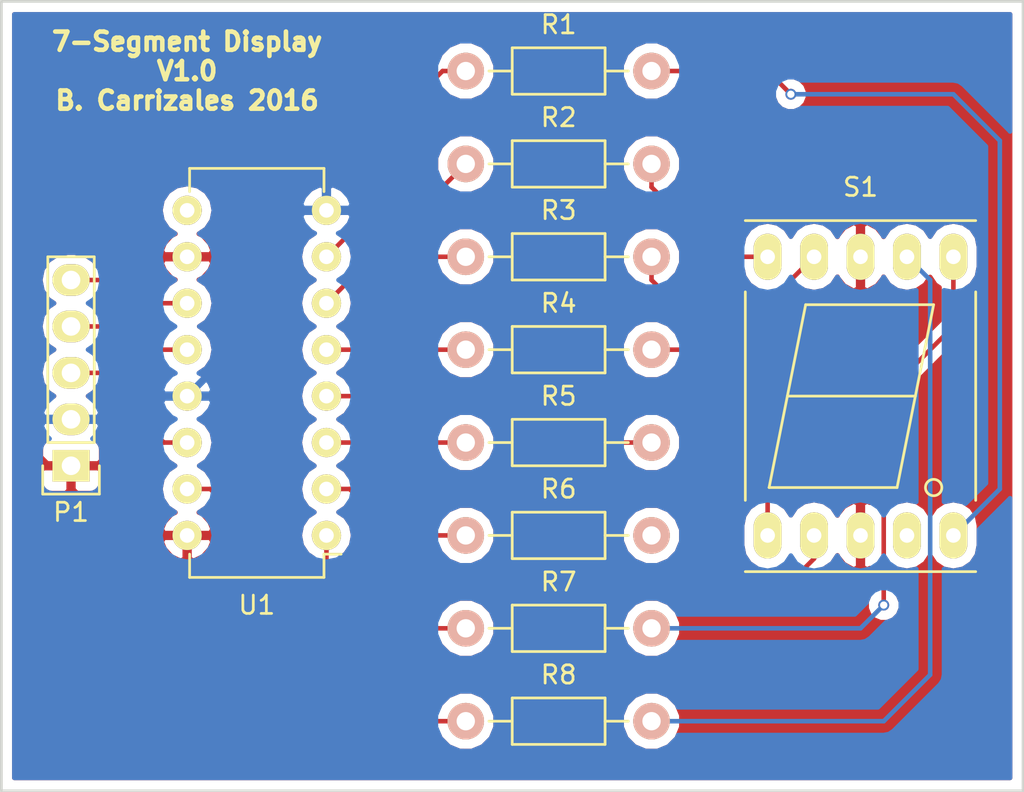
<source format=kicad_pcb>
(kicad_pcb (version 4) (host pcbnew 4.0.2-stable)

  (general
    (links 25)
    (no_connects 1)
    (area 107.821667 68.504999 165.175001 111.835001)
    (thickness 1.6)
    (drawings 5)
    (tracks 99)
    (zones 0)
    (modules 11)
    (nets 22)
  )

  (page A4)
  (title_block
    (title "Seven Segment Display Board")
    (date 2016-09-05)
    (rev -)
    (comment 1 "Brennan Carrizales")
  )

  (layers
    (0 F.Cu signal)
    (31 B.Cu signal)
    (32 B.Adhes user)
    (33 F.Adhes user)
    (34 B.Paste user)
    (35 F.Paste user)
    (36 B.SilkS user)
    (37 F.SilkS user)
    (38 B.Mask user)
    (39 F.Mask user)
    (40 Dwgs.User user)
    (41 Cmts.User user)
    (42 Eco1.User user)
    (43 Eco2.User user)
    (44 Edge.Cuts user)
    (45 Margin user)
    (46 B.CrtYd user)
    (47 F.CrtYd user)
    (48 B.Fab user)
    (49 F.Fab user)
  )

  (setup
    (last_trace_width 0.25)
    (trace_clearance 0.2)
    (zone_clearance 0.508)
    (zone_45_only yes)
    (trace_min 0.2)
    (segment_width 0.2)
    (edge_width 0.15)
    (via_size 0.6)
    (via_drill 0.4)
    (via_min_size 0.4)
    (via_min_drill 0.3)
    (uvia_size 0.3)
    (uvia_drill 0.1)
    (uvias_allowed no)
    (uvia_min_size 0.2)
    (uvia_min_drill 0.1)
    (pcb_text_width 0.3)
    (pcb_text_size 1.5 1.5)
    (mod_edge_width 0.15)
    (mod_text_size 1 1)
    (mod_text_width 0.15)
    (pad_size 1.524 1.524)
    (pad_drill 0.762)
    (pad_to_mask_clearance 0.2)
    (aux_axis_origin 0 0)
    (visible_elements FFFFFF7F)
    (pcbplotparams
      (layerselection 0x010f0_80000001)
      (usegerberextensions true)
      (excludeedgelayer true)
      (linewidth 0.100000)
      (plotframeref false)
      (viasonmask false)
      (mode 1)
      (useauxorigin false)
      (hpglpennumber 1)
      (hpglpenspeed 20)
      (hpglpendiameter 15)
      (hpglpenoverlay 2)
      (psnegative false)
      (psa4output false)
      (plotreference true)
      (plotvalue true)
      (plotinvisibletext false)
      (padsonsilk false)
      (subtractmaskfromsilk false)
      (outputformat 1)
      (mirror false)
      (drillshape 0)
      (scaleselection 1)
      (outputdirectory Gerbers/))
  )

  (net 0 "")
  (net 1 VCC)
  (net 2 GND)
  (net 3 /LATCH)
  (net 4 /CLK)
  (net 5 /DATA)
  (net 6 /sg7)
  (net 7 "Net-(R1-Pad2)")
  (net 8 /sg6)
  (net 9 "Net-(R2-Pad2)")
  (net 10 /sg5)
  (net 11 "Net-(R3-Pad2)")
  (net 12 /sg4)
  (net 13 "Net-(R4-Pad2)")
  (net 14 /sg3)
  (net 15 "Net-(R5-Pad2)")
  (net 16 /sg2)
  (net 17 "Net-(R6-Pad2)")
  (net 18 /sg1)
  (net 19 "Net-(R7-Pad2)")
  (net 20 /sg0)
  (net 21 "Net-(R8-Pad2)")

  (net_class Default "This is the default net class."
    (clearance 0.2)
    (trace_width 0.25)
    (via_dia 0.6)
    (via_drill 0.4)
    (uvia_dia 0.3)
    (uvia_drill 0.1)
    (add_net /CLK)
    (add_net /DATA)
    (add_net /LATCH)
    (add_net /sg0)
    (add_net /sg1)
    (add_net /sg2)
    (add_net /sg3)
    (add_net /sg4)
    (add_net /sg5)
    (add_net /sg6)
    (add_net /sg7)
    (add_net "Net-(R1-Pad2)")
    (add_net "Net-(R2-Pad2)")
    (add_net "Net-(R3-Pad2)")
    (add_net "Net-(R4-Pad2)")
    (add_net "Net-(R5-Pad2)")
    (add_net "Net-(R6-Pad2)")
    (add_net "Net-(R7-Pad2)")
    (add_net "Net-(R8-Pad2)")
  )

  (net_class Power ""
    (clearance 0.3)
    (trace_width 0.4)
    (via_dia 0.7)
    (via_drill 0.5)
    (uvia_dia 0.3)
    (uvia_drill 0.1)
    (add_net GND)
    (add_net VCC)
  )

  (module Pin_Headers:Pin_Header_Straight_1x05 (layer F.Cu) (tedit 57CDC048) (tstamp 57CDBDF3)
    (at 113.03 93.98 180)
    (descr "Through hole pin header")
    (tags "pin header")
    (path /57CDB320)
    (fp_text reference P1 (at 0 -2.54 180) (layer F.SilkS)
      (effects (font (size 1 1) (thickness 0.15)))
    )
    (fp_text value CONN_01X05 (at 0 -3.1 180) (layer F.Fab) hide
      (effects (font (size 1 1) (thickness 0.15)))
    )
    (fp_line (start -1.55 0) (end -1.55 -1.55) (layer F.SilkS) (width 0.15))
    (fp_line (start -1.55 -1.55) (end 1.55 -1.55) (layer F.SilkS) (width 0.15))
    (fp_line (start 1.55 -1.55) (end 1.55 0) (layer F.SilkS) (width 0.15))
    (fp_line (start -1.75 -1.75) (end -1.75 11.95) (layer F.CrtYd) (width 0.05))
    (fp_line (start 1.75 -1.75) (end 1.75 11.95) (layer F.CrtYd) (width 0.05))
    (fp_line (start -1.75 -1.75) (end 1.75 -1.75) (layer F.CrtYd) (width 0.05))
    (fp_line (start -1.75 11.95) (end 1.75 11.95) (layer F.CrtYd) (width 0.05))
    (fp_line (start 1.27 1.27) (end 1.27 11.43) (layer F.SilkS) (width 0.15))
    (fp_line (start 1.27 11.43) (end -1.27 11.43) (layer F.SilkS) (width 0.15))
    (fp_line (start -1.27 11.43) (end -1.27 1.27) (layer F.SilkS) (width 0.15))
    (fp_line (start 1.27 1.27) (end -1.27 1.27) (layer F.SilkS) (width 0.15))
    (pad 1 thru_hole rect (at 0 0 180) (size 2.032 1.7272) (drill 1.016) (layers *.Cu *.Mask F.SilkS)
      (net 1 VCC))
    (pad 2 thru_hole oval (at 0 2.54 180) (size 2.032 1.7272) (drill 1.016) (layers *.Cu *.Mask F.SilkS)
      (net 2 GND))
    (pad 3 thru_hole oval (at 0 5.08 180) (size 2.032 1.7272) (drill 1.016) (layers *.Cu *.Mask F.SilkS)
      (net 3 /LATCH))
    (pad 4 thru_hole oval (at 0 7.62 180) (size 2.032 1.7272) (drill 1.016) (layers *.Cu *.Mask F.SilkS)
      (net 4 /CLK))
    (pad 5 thru_hole oval (at 0 10.16 180) (size 2.032 1.7272) (drill 1.016) (layers *.Cu *.Mask F.SilkS)
      (net 5 /DATA))
    (model Pin_Headers.3dshapes/Pin_Header_Straight_1x05.wrl
      (at (xyz 0 -0.2 0))
      (scale (xyz 1 1 1))
      (rotate (xyz 0 0 90))
    )
  )

  (module Resistors_ThroughHole:Resistor_Horizontal_RM10mm (layer F.Cu) (tedit 57CDBF27) (tstamp 57CDBDF9)
    (at 134.62 72.39)
    (descr "Resistor, Axial,  RM 10mm, 1/3W")
    (tags "Resistor Axial RM 10mm 1/3W")
    (path /57CDB62B)
    (fp_text reference R1 (at 5.08 -2.54) (layer F.SilkS)
      (effects (font (size 1 1) (thickness 0.15)))
    )
    (fp_text value 220 (at -3.81 0) (layer F.Fab)
      (effects (font (size 1 1) (thickness 0.15)))
    )
    (fp_line (start -1.25 -1.5) (end 11.4 -1.5) (layer F.CrtYd) (width 0.05))
    (fp_line (start -1.25 1.5) (end -1.25 -1.5) (layer F.CrtYd) (width 0.05))
    (fp_line (start 11.4 -1.5) (end 11.4 1.5) (layer F.CrtYd) (width 0.05))
    (fp_line (start -1.25 1.5) (end 11.4 1.5) (layer F.CrtYd) (width 0.05))
    (fp_line (start 2.54 -1.27) (end 7.62 -1.27) (layer F.SilkS) (width 0.15))
    (fp_line (start 7.62 -1.27) (end 7.62 1.27) (layer F.SilkS) (width 0.15))
    (fp_line (start 7.62 1.27) (end 2.54 1.27) (layer F.SilkS) (width 0.15))
    (fp_line (start 2.54 1.27) (end 2.54 -1.27) (layer F.SilkS) (width 0.15))
    (fp_line (start 2.54 0) (end 1.27 0) (layer F.SilkS) (width 0.15))
    (fp_line (start 7.62 0) (end 8.89 0) (layer F.SilkS) (width 0.15))
    (pad 1 thru_hole circle (at 0 0) (size 1.99898 1.99898) (drill 1.00076) (layers *.Cu *.SilkS *.Mask)
      (net 6 /sg7))
    (pad 2 thru_hole circle (at 10.16 0) (size 1.99898 1.99898) (drill 1.00076) (layers *.Cu *.SilkS *.Mask)
      (net 7 "Net-(R1-Pad2)"))
    (model Resistors_ThroughHole.3dshapes/Resistor_Horizontal_RM10mm.wrl
      (at (xyz 0 0 0))
      (scale (xyz 0.4 0.4 0.4))
      (rotate (xyz 0 0 0))
    )
  )

  (module Resistors_ThroughHole:Resistor_Horizontal_RM10mm (layer F.Cu) (tedit 57CDBF23) (tstamp 57CDBDFF)
    (at 134.62 77.47)
    (descr "Resistor, Axial,  RM 10mm, 1/3W")
    (tags "Resistor Axial RM 10mm 1/3W")
    (path /57CDB454)
    (fp_text reference R2 (at 5.08 -2.54) (layer F.SilkS)
      (effects (font (size 1 1) (thickness 0.15)))
    )
    (fp_text value 220 (at -3.81 0) (layer F.Fab)
      (effects (font (size 1 1) (thickness 0.15)))
    )
    (fp_line (start -1.25 -1.5) (end 11.4 -1.5) (layer F.CrtYd) (width 0.05))
    (fp_line (start -1.25 1.5) (end -1.25 -1.5) (layer F.CrtYd) (width 0.05))
    (fp_line (start 11.4 -1.5) (end 11.4 1.5) (layer F.CrtYd) (width 0.05))
    (fp_line (start -1.25 1.5) (end 11.4 1.5) (layer F.CrtYd) (width 0.05))
    (fp_line (start 2.54 -1.27) (end 7.62 -1.27) (layer F.SilkS) (width 0.15))
    (fp_line (start 7.62 -1.27) (end 7.62 1.27) (layer F.SilkS) (width 0.15))
    (fp_line (start 7.62 1.27) (end 2.54 1.27) (layer F.SilkS) (width 0.15))
    (fp_line (start 2.54 1.27) (end 2.54 -1.27) (layer F.SilkS) (width 0.15))
    (fp_line (start 2.54 0) (end 1.27 0) (layer F.SilkS) (width 0.15))
    (fp_line (start 7.62 0) (end 8.89 0) (layer F.SilkS) (width 0.15))
    (pad 1 thru_hole circle (at 0 0) (size 1.99898 1.99898) (drill 1.00076) (layers *.Cu *.SilkS *.Mask)
      (net 8 /sg6))
    (pad 2 thru_hole circle (at 10.16 0) (size 1.99898 1.99898) (drill 1.00076) (layers *.Cu *.SilkS *.Mask)
      (net 9 "Net-(R2-Pad2)"))
    (model Resistors_ThroughHole.3dshapes/Resistor_Horizontal_RM10mm.wrl
      (at (xyz 0 0 0))
      (scale (xyz 0.4 0.4 0.4))
      (rotate (xyz 0 0 0))
    )
  )

  (module Resistors_ThroughHole:Resistor_Horizontal_RM10mm (layer F.Cu) (tedit 57CDC026) (tstamp 57CDBE05)
    (at 134.62 82.55)
    (descr "Resistor, Axial,  RM 10mm, 1/3W")
    (tags "Resistor Axial RM 10mm 1/3W")
    (path /57CDB531)
    (fp_text reference R3 (at 5.08 -2.54) (layer F.SilkS)
      (effects (font (size 1 1) (thickness 0.15)))
    )
    (fp_text value 220 (at -3.81 0) (layer F.Fab)
      (effects (font (size 1 1) (thickness 0.15)))
    )
    (fp_line (start -1.25 -1.5) (end 11.4 -1.5) (layer F.CrtYd) (width 0.05))
    (fp_line (start -1.25 1.5) (end -1.25 -1.5) (layer F.CrtYd) (width 0.05))
    (fp_line (start 11.4 -1.5) (end 11.4 1.5) (layer F.CrtYd) (width 0.05))
    (fp_line (start -1.25 1.5) (end 11.4 1.5) (layer F.CrtYd) (width 0.05))
    (fp_line (start 2.54 -1.27) (end 7.62 -1.27) (layer F.SilkS) (width 0.15))
    (fp_line (start 7.62 -1.27) (end 7.62 1.27) (layer F.SilkS) (width 0.15))
    (fp_line (start 7.62 1.27) (end 2.54 1.27) (layer F.SilkS) (width 0.15))
    (fp_line (start 2.54 1.27) (end 2.54 -1.27) (layer F.SilkS) (width 0.15))
    (fp_line (start 2.54 0) (end 1.27 0) (layer F.SilkS) (width 0.15))
    (fp_line (start 7.62 0) (end 8.89 0) (layer F.SilkS) (width 0.15))
    (pad 1 thru_hole circle (at 0 0) (size 1.99898 1.99898) (drill 1.00076) (layers *.Cu *.SilkS *.Mask)
      (net 10 /sg5))
    (pad 2 thru_hole circle (at 10.16 0) (size 1.99898 1.99898) (drill 1.00076) (layers *.Cu *.SilkS *.Mask)
      (net 11 "Net-(R3-Pad2)"))
    (model Resistors_ThroughHole.3dshapes/Resistor_Horizontal_RM10mm.wrl
      (at (xyz 0 0 0))
      (scale (xyz 0.4 0.4 0.4))
      (rotate (xyz 0 0 0))
    )
  )

  (module Resistors_ThroughHole:Resistor_Horizontal_RM10mm (layer F.Cu) (tedit 57CDBF90) (tstamp 57CDBE0B)
    (at 134.62 87.63)
    (descr "Resistor, Axial,  RM 10mm, 1/3W")
    (tags "Resistor Axial RM 10mm 1/3W")
    (path /57CDB554)
    (fp_text reference R4 (at 5.08 -2.54) (layer F.SilkS)
      (effects (font (size 1 1) (thickness 0.15)))
    )
    (fp_text value 220 (at -3.81 0) (layer F.Fab)
      (effects (font (size 1 1) (thickness 0.15)))
    )
    (fp_line (start -1.25 -1.5) (end 11.4 -1.5) (layer F.CrtYd) (width 0.05))
    (fp_line (start -1.25 1.5) (end -1.25 -1.5) (layer F.CrtYd) (width 0.05))
    (fp_line (start 11.4 -1.5) (end 11.4 1.5) (layer F.CrtYd) (width 0.05))
    (fp_line (start -1.25 1.5) (end 11.4 1.5) (layer F.CrtYd) (width 0.05))
    (fp_line (start 2.54 -1.27) (end 7.62 -1.27) (layer F.SilkS) (width 0.15))
    (fp_line (start 7.62 -1.27) (end 7.62 1.27) (layer F.SilkS) (width 0.15))
    (fp_line (start 7.62 1.27) (end 2.54 1.27) (layer F.SilkS) (width 0.15))
    (fp_line (start 2.54 1.27) (end 2.54 -1.27) (layer F.SilkS) (width 0.15))
    (fp_line (start 2.54 0) (end 1.27 0) (layer F.SilkS) (width 0.15))
    (fp_line (start 7.62 0) (end 8.89 0) (layer F.SilkS) (width 0.15))
    (pad 1 thru_hole circle (at 0 0) (size 1.99898 1.99898) (drill 1.00076) (layers *.Cu *.SilkS *.Mask)
      (net 12 /sg4))
    (pad 2 thru_hole circle (at 10.16 0) (size 1.99898 1.99898) (drill 1.00076) (layers *.Cu *.SilkS *.Mask)
      (net 13 "Net-(R4-Pad2)"))
    (model Resistors_ThroughHole.3dshapes/Resistor_Horizontal_RM10mm.wrl
      (at (xyz 0 0 0))
      (scale (xyz 0.4 0.4 0.4))
      (rotate (xyz 0 0 0))
    )
  )

  (module Resistors_ThroughHole:Resistor_Horizontal_RM10mm (layer F.Cu) (tedit 57CDBF8D) (tstamp 57CDBE11)
    (at 134.62 92.71)
    (descr "Resistor, Axial,  RM 10mm, 1/3W")
    (tags "Resistor Axial RM 10mm 1/3W")
    (path /57CDB578)
    (fp_text reference R5 (at 5.08 -2.54) (layer F.SilkS)
      (effects (font (size 1 1) (thickness 0.15)))
    )
    (fp_text value 220 (at -3.81 0) (layer F.Fab)
      (effects (font (size 1 1) (thickness 0.15)))
    )
    (fp_line (start -1.25 -1.5) (end 11.4 -1.5) (layer F.CrtYd) (width 0.05))
    (fp_line (start -1.25 1.5) (end -1.25 -1.5) (layer F.CrtYd) (width 0.05))
    (fp_line (start 11.4 -1.5) (end 11.4 1.5) (layer F.CrtYd) (width 0.05))
    (fp_line (start -1.25 1.5) (end 11.4 1.5) (layer F.CrtYd) (width 0.05))
    (fp_line (start 2.54 -1.27) (end 7.62 -1.27) (layer F.SilkS) (width 0.15))
    (fp_line (start 7.62 -1.27) (end 7.62 1.27) (layer F.SilkS) (width 0.15))
    (fp_line (start 7.62 1.27) (end 2.54 1.27) (layer F.SilkS) (width 0.15))
    (fp_line (start 2.54 1.27) (end 2.54 -1.27) (layer F.SilkS) (width 0.15))
    (fp_line (start 2.54 0) (end 1.27 0) (layer F.SilkS) (width 0.15))
    (fp_line (start 7.62 0) (end 8.89 0) (layer F.SilkS) (width 0.15))
    (pad 1 thru_hole circle (at 0 0) (size 1.99898 1.99898) (drill 1.00076) (layers *.Cu *.SilkS *.Mask)
      (net 14 /sg3))
    (pad 2 thru_hole circle (at 10.16 0) (size 1.99898 1.99898) (drill 1.00076) (layers *.Cu *.SilkS *.Mask)
      (net 15 "Net-(R5-Pad2)"))
    (model Resistors_ThroughHole.3dshapes/Resistor_Horizontal_RM10mm.wrl
      (at (xyz 0 0 0))
      (scale (xyz 0.4 0.4 0.4))
      (rotate (xyz 0 0 0))
    )
  )

  (module Resistors_ThroughHole:Resistor_Horizontal_RM10mm (layer F.Cu) (tedit 57CDBF8B) (tstamp 57CDBE17)
    (at 134.62 97.79)
    (descr "Resistor, Axial,  RM 10mm, 1/3W")
    (tags "Resistor Axial RM 10mm 1/3W")
    (path /57CDB5A1)
    (fp_text reference R6 (at 5.08 -2.54) (layer F.SilkS)
      (effects (font (size 1 1) (thickness 0.15)))
    )
    (fp_text value 220 (at -3.81 0) (layer F.Fab)
      (effects (font (size 1 1) (thickness 0.15)))
    )
    (fp_line (start -1.25 -1.5) (end 11.4 -1.5) (layer F.CrtYd) (width 0.05))
    (fp_line (start -1.25 1.5) (end -1.25 -1.5) (layer F.CrtYd) (width 0.05))
    (fp_line (start 11.4 -1.5) (end 11.4 1.5) (layer F.CrtYd) (width 0.05))
    (fp_line (start -1.25 1.5) (end 11.4 1.5) (layer F.CrtYd) (width 0.05))
    (fp_line (start 2.54 -1.27) (end 7.62 -1.27) (layer F.SilkS) (width 0.15))
    (fp_line (start 7.62 -1.27) (end 7.62 1.27) (layer F.SilkS) (width 0.15))
    (fp_line (start 7.62 1.27) (end 2.54 1.27) (layer F.SilkS) (width 0.15))
    (fp_line (start 2.54 1.27) (end 2.54 -1.27) (layer F.SilkS) (width 0.15))
    (fp_line (start 2.54 0) (end 1.27 0) (layer F.SilkS) (width 0.15))
    (fp_line (start 7.62 0) (end 8.89 0) (layer F.SilkS) (width 0.15))
    (pad 1 thru_hole circle (at 0 0) (size 1.99898 1.99898) (drill 1.00076) (layers *.Cu *.SilkS *.Mask)
      (net 16 /sg2))
    (pad 2 thru_hole circle (at 10.16 0) (size 1.99898 1.99898) (drill 1.00076) (layers *.Cu *.SilkS *.Mask)
      (net 17 "Net-(R6-Pad2)"))
    (model Resistors_ThroughHole.3dshapes/Resistor_Horizontal_RM10mm.wrl
      (at (xyz 0 0 0))
      (scale (xyz 0.4 0.4 0.4))
      (rotate (xyz 0 0 0))
    )
  )

  (module Resistors_ThroughHole:Resistor_Horizontal_RM10mm (layer F.Cu) (tedit 57CDBF88) (tstamp 57CDBE1D)
    (at 134.62 102.87)
    (descr "Resistor, Axial,  RM 10mm, 1/3W")
    (tags "Resistor Axial RM 10mm 1/3W")
    (path /57CDB5CB)
    (fp_text reference R7 (at 5.08 -2.54) (layer F.SilkS)
      (effects (font (size 1 1) (thickness 0.15)))
    )
    (fp_text value 220 (at -3.81 0) (layer F.Fab)
      (effects (font (size 1 1) (thickness 0.15)))
    )
    (fp_line (start -1.25 -1.5) (end 11.4 -1.5) (layer F.CrtYd) (width 0.05))
    (fp_line (start -1.25 1.5) (end -1.25 -1.5) (layer F.CrtYd) (width 0.05))
    (fp_line (start 11.4 -1.5) (end 11.4 1.5) (layer F.CrtYd) (width 0.05))
    (fp_line (start -1.25 1.5) (end 11.4 1.5) (layer F.CrtYd) (width 0.05))
    (fp_line (start 2.54 -1.27) (end 7.62 -1.27) (layer F.SilkS) (width 0.15))
    (fp_line (start 7.62 -1.27) (end 7.62 1.27) (layer F.SilkS) (width 0.15))
    (fp_line (start 7.62 1.27) (end 2.54 1.27) (layer F.SilkS) (width 0.15))
    (fp_line (start 2.54 1.27) (end 2.54 -1.27) (layer F.SilkS) (width 0.15))
    (fp_line (start 2.54 0) (end 1.27 0) (layer F.SilkS) (width 0.15))
    (fp_line (start 7.62 0) (end 8.89 0) (layer F.SilkS) (width 0.15))
    (pad 1 thru_hole circle (at 0 0) (size 1.99898 1.99898) (drill 1.00076) (layers *.Cu *.SilkS *.Mask)
      (net 18 /sg1))
    (pad 2 thru_hole circle (at 10.16 0) (size 1.99898 1.99898) (drill 1.00076) (layers *.Cu *.SilkS *.Mask)
      (net 19 "Net-(R7-Pad2)"))
    (model Resistors_ThroughHole.3dshapes/Resistor_Horizontal_RM10mm.wrl
      (at (xyz 0 0 0))
      (scale (xyz 0.4 0.4 0.4))
      (rotate (xyz 0 0 0))
    )
  )

  (module Resistors_ThroughHole:Resistor_Horizontal_RM10mm (layer F.Cu) (tedit 57CDBF86) (tstamp 57CDBE23)
    (at 134.62 107.95)
    (descr "Resistor, Axial,  RM 10mm, 1/3W")
    (tags "Resistor Axial RM 10mm 1/3W")
    (path /57CDB5F9)
    (fp_text reference R8 (at 5.08 -2.54) (layer F.SilkS)
      (effects (font (size 1 1) (thickness 0.15)))
    )
    (fp_text value 220 (at -3.81 0) (layer F.Fab)
      (effects (font (size 1 1) (thickness 0.15)))
    )
    (fp_line (start -1.25 -1.5) (end 11.4 -1.5) (layer F.CrtYd) (width 0.05))
    (fp_line (start -1.25 1.5) (end -1.25 -1.5) (layer F.CrtYd) (width 0.05))
    (fp_line (start 11.4 -1.5) (end 11.4 1.5) (layer F.CrtYd) (width 0.05))
    (fp_line (start -1.25 1.5) (end 11.4 1.5) (layer F.CrtYd) (width 0.05))
    (fp_line (start 2.54 -1.27) (end 7.62 -1.27) (layer F.SilkS) (width 0.15))
    (fp_line (start 7.62 -1.27) (end 7.62 1.27) (layer F.SilkS) (width 0.15))
    (fp_line (start 7.62 1.27) (end 2.54 1.27) (layer F.SilkS) (width 0.15))
    (fp_line (start 2.54 1.27) (end 2.54 -1.27) (layer F.SilkS) (width 0.15))
    (fp_line (start 2.54 0) (end 1.27 0) (layer F.SilkS) (width 0.15))
    (fp_line (start 7.62 0) (end 8.89 0) (layer F.SilkS) (width 0.15))
    (pad 1 thru_hole circle (at 0 0) (size 1.99898 1.99898) (drill 1.00076) (layers *.Cu *.SilkS *.Mask)
      (net 20 /sg0))
    (pad 2 thru_hole circle (at 10.16 0) (size 1.99898 1.99898) (drill 1.00076) (layers *.Cu *.SilkS *.Mask)
      (net 21 "Net-(R8-Pad2)"))
    (model Resistors_ThroughHole.3dshapes/Resistor_Horizontal_RM10mm.wrl
      (at (xyz 0 0 0))
      (scale (xyz 0.4 0.4 0.4))
      (rotate (xyz 0 0 0))
    )
  )

  (module Displays_7-Segment:7SegmentLED_LTS6760_LTS6780 (layer F.Cu) (tedit 57CDC05C) (tstamp 57CDBE31)
    (at 156.21 90.17)
    (path /57CDB392)
    (fp_text reference S1 (at 0 -11.43) (layer F.SilkS)
      (effects (font (size 1 1) (thickness 0.15)))
    )
    (fp_text value 7SEGM (at -0.4 12) (layer F.Fab) hide
      (effects (font (size 1 1) (thickness 0.15)))
    )
    (fp_circle (center 4 5) (end 4.4 5.2) (layer F.SilkS) (width 0.15))
    (fp_line (start -3 -5) (end -4 0) (layer F.SilkS) (width 0.15))
    (fp_line (start -4 0) (end -5 5) (layer F.SilkS) (width 0.15))
    (fp_line (start -5 5) (end 2 5) (layer F.SilkS) (width 0.15))
    (fp_line (start 2 5) (end 3 0) (layer F.SilkS) (width 0.15))
    (fp_line (start 4 -5) (end 3 0) (layer F.SilkS) (width 0.15))
    (fp_line (start 3 0) (end -4 0) (layer F.SilkS) (width 0.15))
    (fp_line (start -3 -5) (end 4 -5) (layer F.SilkS) (width 0.15))
    (fp_line (start 6.3 9.6) (end -6.3 9.6) (layer F.SilkS) (width 0.15))
    (fp_line (start -6.3 -5.7) (end -6.3 5.7) (layer F.SilkS) (width 0.15))
    (fp_line (start 6.3 -5.7) (end 6.3 5.7) (layer F.SilkS) (width 0.15))
    (fp_line (start -6.3 -9.6) (end 6.3 -9.6) (layer F.SilkS) (width 0.15))
    (pad 1 thru_hole oval (at -5.08 7.62) (size 1.524 2.524) (drill 0.8) (layers *.Cu *.Mask F.SilkS)
      (net 13 "Net-(R4-Pad2)"))
    (pad 2 thru_hole oval (at -2.54 7.62) (size 1.524 2.524) (drill 0.8) (layers *.Cu *.Mask F.SilkS)
      (net 15 "Net-(R5-Pad2)"))
    (pad 3 thru_hole oval (at 0 7.62) (size 1.524 2.524) (drill 0.8) (layers *.Cu *.Mask F.SilkS)
      (net 1 VCC))
    (pad 4 thru_hole oval (at 2.54 7.62) (size 1.524 2.524) (drill 0.8) (layers *.Cu *.Mask F.SilkS)
      (net 17 "Net-(R6-Pad2)"))
    (pad 5 thru_hole oval (at 5.08 7.62) (size 1.524 2.524) (drill 0.8) (layers *.Cu *.Mask F.SilkS)
      (net 7 "Net-(R1-Pad2)"))
    (pad 6 thru_hole oval (at 5.08 -7.62) (size 1.524 2.524) (drill 0.8) (layers *.Cu *.Mask F.SilkS)
      (net 19 "Net-(R7-Pad2)"))
    (pad 7 thru_hole oval (at 2.54 -7.62) (size 1.524 2.524) (drill 0.8) (layers *.Cu *.Mask F.SilkS)
      (net 21 "Net-(R8-Pad2)"))
    (pad 8 thru_hole oval (at 0 -7.62) (size 1.524 2.524) (drill 0.8) (layers *.Cu *.Mask F.SilkS)
      (net 1 VCC))
    (pad 9 thru_hole oval (at -2.54 -7.62) (size 1.524 2.524) (drill 0.8) (layers *.Cu *.Mask F.SilkS)
      (net 11 "Net-(R3-Pad2)"))
    (pad 10 thru_hole oval (at -5.08 -7.62) (size 1.524 2.524) (drill 0.8) (layers *.Cu *.Mask F.SilkS)
      (net 9 "Net-(R2-Pad2)"))
    (model Displays_7-Segment.3dshapes/7SegmentLED_LTS6760_LTS6780.wrl
      (at (xyz 0 0 0))
      (scale (xyz 0.3937 0.3937 0.3937))
      (rotate (xyz 0 0 0))
    )
  )

  (module Housings_DIP:DIP-16_W7.62mm (layer F.Cu) (tedit 57CDBEE6) (tstamp 57CDBE45)
    (at 127 97.79 180)
    (descr "16-lead dip package, row spacing 7.62 mm (300 mils)")
    (tags "dil dip 2.54 300")
    (path /57CDB3E5)
    (fp_text reference U1 (at 3.81 -3.81 180) (layer F.SilkS)
      (effects (font (size 1 1) (thickness 0.15)))
    )
    (fp_text value 74HC595 (at 3.81 8.89 270) (layer F.Fab)
      (effects (font (size 1 1) (thickness 0.15)))
    )
    (fp_line (start -1.05 -2.45) (end -1.05 20.25) (layer F.CrtYd) (width 0.05))
    (fp_line (start 8.65 -2.45) (end 8.65 20.25) (layer F.CrtYd) (width 0.05))
    (fp_line (start -1.05 -2.45) (end 8.65 -2.45) (layer F.CrtYd) (width 0.05))
    (fp_line (start -1.05 20.25) (end 8.65 20.25) (layer F.CrtYd) (width 0.05))
    (fp_line (start 0.135 -2.295) (end 0.135 -1.025) (layer F.SilkS) (width 0.15))
    (fp_line (start 7.485 -2.295) (end 7.485 -1.025) (layer F.SilkS) (width 0.15))
    (fp_line (start 7.485 20.075) (end 7.485 18.805) (layer F.SilkS) (width 0.15))
    (fp_line (start 0.135 20.075) (end 0.135 18.805) (layer F.SilkS) (width 0.15))
    (fp_line (start 0.135 -2.295) (end 7.485 -2.295) (layer F.SilkS) (width 0.15))
    (fp_line (start 0.135 20.075) (end 7.485 20.075) (layer F.SilkS) (width 0.15))
    (fp_line (start 0.135 -1.025) (end -0.8 -1.025) (layer F.SilkS) (width 0.15))
    (pad 1 thru_hole oval (at 0 0 180) (size 1.6 1.6) (drill 0.8) (layers *.Cu *.Mask F.SilkS)
      (net 18 /sg1))
    (pad 2 thru_hole oval (at 0 2.54 180) (size 1.6 1.6) (drill 0.8) (layers *.Cu *.Mask F.SilkS)
      (net 16 /sg2))
    (pad 3 thru_hole oval (at 0 5.08 180) (size 1.6 1.6) (drill 0.8) (layers *.Cu *.Mask F.SilkS)
      (net 14 /sg3))
    (pad 4 thru_hole oval (at 0 7.62 180) (size 1.6 1.6) (drill 0.8) (layers *.Cu *.Mask F.SilkS)
      (net 12 /sg4))
    (pad 5 thru_hole oval (at 0 10.16 180) (size 1.6 1.6) (drill 0.8) (layers *.Cu *.Mask F.SilkS)
      (net 10 /sg5))
    (pad 6 thru_hole oval (at 0 12.7 180) (size 1.6 1.6) (drill 0.8) (layers *.Cu *.Mask F.SilkS)
      (net 8 /sg6))
    (pad 7 thru_hole oval (at 0 15.24 180) (size 1.6 1.6) (drill 0.8) (layers *.Cu *.Mask F.SilkS)
      (net 6 /sg7))
    (pad 8 thru_hole oval (at 0 17.78 180) (size 1.6 1.6) (drill 0.8) (layers *.Cu *.Mask F.SilkS)
      (net 2 GND))
    (pad 9 thru_hole oval (at 7.62 17.78 180) (size 1.6 1.6) (drill 0.8) (layers *.Cu *.Mask F.SilkS))
    (pad 10 thru_hole oval (at 7.62 15.24 180) (size 1.6 1.6) (drill 0.8) (layers *.Cu *.Mask F.SilkS)
      (net 1 VCC))
    (pad 11 thru_hole oval (at 7.62 12.7 180) (size 1.6 1.6) (drill 0.8) (layers *.Cu *.Mask F.SilkS)
      (net 5 /DATA))
    (pad 12 thru_hole oval (at 7.62 10.16 180) (size 1.6 1.6) (drill 0.8) (layers *.Cu *.Mask F.SilkS)
      (net 4 /CLK))
    (pad 13 thru_hole oval (at 7.62 7.62 180) (size 1.6 1.6) (drill 0.8) (layers *.Cu *.Mask F.SilkS)
      (net 2 GND))
    (pad 14 thru_hole oval (at 7.62 5.08 180) (size 1.6 1.6) (drill 0.8) (layers *.Cu *.Mask F.SilkS)
      (net 3 /LATCH))
    (pad 15 thru_hole oval (at 7.62 2.54 180) (size 1.6 1.6) (drill 0.8) (layers *.Cu *.Mask F.SilkS)
      (net 20 /sg0))
    (pad 16 thru_hole oval (at 7.62 0 180) (size 1.6 1.6) (drill 0.8) (layers *.Cu *.Mask F.SilkS)
      (net 1 VCC))
    (model Housings_DIP.3dshapes/DIP-16_W7.62mm.wrl
      (at (xyz 0 0 0))
      (scale (xyz 1 1 1))
      (rotate (xyz 0 0 0))
    )
  )

  (gr_text "7-Segment Display\nV1.0\nB. Carrizales 2016" (at 119.38 72.39) (layer F.SilkS)
    (effects (font (size 1 1) (thickness 0.25)))
  )
  (gr_line (start 109.22 68.58) (end 165.1 68.58) (angle 90) (layer Edge.Cuts) (width 0.15))
  (gr_line (start 109.22 111.76) (end 109.22 68.58) (angle 90) (layer Edge.Cuts) (width 0.15))
  (gr_line (start 165.1 111.76) (end 109.22 111.76) (angle 90) (layer Edge.Cuts) (width 0.15))
  (gr_line (start 165.1 68.58) (end 165.1 111.76) (angle 90) (layer Edge.Cuts) (width 0.15))

  (segment (start 119.38 97.79) (end 119.38 106.68) (width 0.4) (layer F.Cu) (net 1) (status 400000))
  (segment (start 156.21 101.6) (end 156.21 97.79) (width 0.4) (layer F.Cu) (net 1) (tstamp 57CDC2DB) (status 800000))
  (segment (start 147.32 110.49) (end 156.21 101.6) (width 0.4) (layer F.Cu) (net 1) (tstamp 57CDC2D9))
  (segment (start 123.19 110.49) (end 147.32 110.49) (width 0.4) (layer F.Cu) (net 1) (tstamp 57CDC2D6))
  (segment (start 119.38 106.68) (end 123.19 110.49) (width 0.4) (layer F.Cu) (net 1) (tstamp 57CDC2D3))
  (segment (start 119.38 82.55) (end 120.65 82.55) (width 0.4) (layer F.Cu) (net 1) (status 400000))
  (segment (start 156.21 74.93) (end 156.21 82.55) (width 0.4) (layer F.Cu) (net 1) (tstamp 57CDC2C9) (status 800000))
  (segment (start 151.13 69.85) (end 156.21 74.93) (width 0.4) (layer F.Cu) (net 1) (tstamp 57CDC2C7))
  (segment (start 128.27 69.85) (end 151.13 69.85) (width 0.4) (layer F.Cu) (net 1) (tstamp 57CDC2C5))
  (segment (start 123.19 74.93) (end 128.27 69.85) (width 0.4) (layer F.Cu) (net 1) (tstamp 57CDC2C3))
  (segment (start 123.19 80.01) (end 123.19 74.93) (width 0.4) (layer F.Cu) (net 1) (tstamp 57CDC2BE))
  (segment (start 120.65 82.55) (end 123.19 80.01) (width 0.4) (layer F.Cu) (net 1) (tstamp 57CDC2BD))
  (segment (start 113.03 93.98) (end 111.76 93.98) (width 0.4) (layer F.Cu) (net 1) (status 400000))
  (segment (start 116.84 82.55) (end 119.38 82.55) (width 0.4) (layer F.Cu) (net 1) (tstamp 57CDC2B0) (status 800000))
  (segment (start 114.3 80.01) (end 116.84 82.55) (width 0.4) (layer F.Cu) (net 1) (tstamp 57CDC2AE))
  (segment (start 111.76 80.01) (end 114.3 80.01) (width 0.4) (layer F.Cu) (net 1) (tstamp 57CDC2AC))
  (segment (start 110.49 81.28) (end 111.76 80.01) (width 0.4) (layer F.Cu) (net 1) (tstamp 57CDC2AA))
  (segment (start 110.49 92.71) (end 110.49 81.28) (width 0.4) (layer F.Cu) (net 1) (tstamp 57CDC2A6))
  (segment (start 111.76 93.98) (end 110.49 92.71) (width 0.4) (layer F.Cu) (net 1) (tstamp 57CDC2A4))
  (segment (start 113.03 93.98) (end 113.03 95.25) (width 0.4) (layer F.Cu) (net 1) (status 400000))
  (segment (start 115.57 97.79) (end 119.38 97.79) (width 0.4) (layer F.Cu) (net 1) (tstamp 57CDC21F) (status 800000))
  (segment (start 113.03 95.25) (end 115.57 97.79) (width 0.4) (layer F.Cu) (net 1) (tstamp 57CDC21D))
  (segment (start 127 80.01) (end 125.73 80.01) (width 0.4) (layer B.Cu) (net 2) (status 400000))
  (segment (start 123.19 86.36) (end 119.38 90.17) (width 0.4) (layer B.Cu) (net 2) (tstamp 57CDC283) (status 800000))
  (segment (start 123.19 82.55) (end 123.19 86.36) (width 0.4) (layer B.Cu) (net 2) (tstamp 57CDC280))
  (segment (start 125.73 80.01) (end 123.19 82.55) (width 0.4) (layer B.Cu) (net 2) (tstamp 57CDC27C))
  (segment (start 113.03 91.44) (end 115.57 91.44) (width 0.4) (layer B.Cu) (net 2) (status 400000))
  (segment (start 116.84 90.17) (end 119.38 90.17) (width 0.4) (layer B.Cu) (net 2) (tstamp 57CDC171) (status 800000))
  (segment (start 115.57 91.44) (end 116.84 90.17) (width 0.4) (layer B.Cu) (net 2) (tstamp 57CDC16F))
  (segment (start 113.03 88.9) (end 115.57 88.9) (width 0.25) (layer F.Cu) (net 3) (status 400000))
  (segment (start 118.11 92.71) (end 119.38 92.71) (width 0.25) (layer F.Cu) (net 3) (tstamp 57CDC1B6) (status 800000))
  (segment (start 116.84 91.44) (end 118.11 92.71) (width 0.25) (layer F.Cu) (net 3) (tstamp 57CDC1B2))
  (segment (start 116.84 90.17) (end 116.84 91.44) (width 0.25) (layer F.Cu) (net 3) (tstamp 57CDC1AE))
  (segment (start 115.57 88.9) (end 116.84 90.17) (width 0.25) (layer F.Cu) (net 3) (tstamp 57CDC1AB))
  (segment (start 113.03 86.36) (end 115.57 86.36) (width 0.25) (layer F.Cu) (net 4) (status 400000))
  (segment (start 116.84 87.63) (end 119.38 87.63) (width 0.25) (layer F.Cu) (net 4) (tstamp 57CDC20D) (status 800000))
  (segment (start 115.57 86.36) (end 116.84 87.63) (width 0.25) (layer F.Cu) (net 4) (tstamp 57CDC20A))
  (segment (start 113.03 83.82) (end 115.57 83.82) (width 0.25) (layer F.Cu) (net 5) (status 400000))
  (segment (start 116.84 85.09) (end 119.38 85.09) (width 0.25) (layer F.Cu) (net 5) (tstamp 57CDC213) (status 800000))
  (segment (start 115.57 83.82) (end 116.84 85.09) (width 0.25) (layer F.Cu) (net 5) (tstamp 57CDC211))
  (segment (start 134.62 72.39) (end 133.35 72.39) (width 0.25) (layer F.Cu) (net 6) (status 400000))
  (segment (start 130.81 78.74) (end 127 82.55) (width 0.25) (layer F.Cu) (net 6) (tstamp 57CDC26E) (status 800000))
  (segment (start 130.81 74.93) (end 130.81 78.74) (width 0.25) (layer F.Cu) (net 6) (tstamp 57CDC26B))
  (segment (start 133.35 72.39) (end 130.81 74.93) (width 0.25) (layer F.Cu) (net 6) (tstamp 57CDC266))
  (segment (start 144.78 72.39) (end 151.13 72.39) (width 0.25) (layer F.Cu) (net 7) (status 400000))
  (segment (start 163.83 95.25) (end 161.29 97.79) (width 0.25) (layer B.Cu) (net 7) (tstamp 57CDC357) (status 800000))
  (segment (start 163.83 76.2) (end 163.83 95.25) (width 0.25) (layer B.Cu) (net 7) (tstamp 57CDC353))
  (segment (start 161.29 73.66) (end 163.83 76.2) (width 0.25) (layer B.Cu) (net 7) (tstamp 57CDC349))
  (segment (start 152.4 73.66) (end 161.29 73.66) (width 0.25) (layer B.Cu) (net 7) (tstamp 57CDC348))
  (via (at 152.4 73.66) (size 0.6) (drill 0.4) (layers F.Cu B.Cu) (net 7))
  (segment (start 151.13 72.39) (end 152.4 73.66) (width 0.25) (layer F.Cu) (net 7) (tstamp 57CDC342))
  (segment (start 134.62 77.47) (end 127 85.09) (width 0.25) (layer F.Cu) (net 8) (status C00000))
  (segment (start 144.78 77.47) (end 144.78 78.74) (width 0.25) (layer F.Cu) (net 9) (status 400000))
  (segment (start 148.59 82.55) (end 151.13 82.55) (width 0.25) (layer F.Cu) (net 9) (tstamp 57CDC337) (status 800000))
  (segment (start 144.78 78.74) (end 148.59 82.55) (width 0.25) (layer F.Cu) (net 9) (tstamp 57CDC335))
  (segment (start 134.62 82.55) (end 132.08 82.55) (width 0.25) (layer F.Cu) (net 10) (status 400000))
  (segment (start 129.54 87.63) (end 127 87.63) (width 0.25) (layer F.Cu) (net 10) (tstamp 57CDC25A) (status 800000))
  (segment (start 130.81 86.36) (end 129.54 87.63) (width 0.25) (layer F.Cu) (net 10) (tstamp 57CDC258))
  (segment (start 130.81 83.82) (end 130.81 86.36) (width 0.25) (layer F.Cu) (net 10) (tstamp 57CDC256))
  (segment (start 132.08 82.55) (end 130.81 83.82) (width 0.25) (layer F.Cu) (net 10) (tstamp 57CDC251))
  (segment (start 144.78 82.55) (end 144.78 83.82) (width 0.25) (layer F.Cu) (net 11) (status 400000))
  (segment (start 151.13 85.09) (end 153.67 82.55) (width 0.25) (layer F.Cu) (net 11) (tstamp 57CDC331) (status 800000))
  (segment (start 146.05 85.09) (end 151.13 85.09) (width 0.25) (layer F.Cu) (net 11) (tstamp 57CDC32F))
  (segment (start 144.78 83.82) (end 146.05 85.09) (width 0.25) (layer F.Cu) (net 11) (tstamp 57CDC32C))
  (segment (start 134.62 87.63) (end 132.08 87.63) (width 0.25) (layer F.Cu) (net 12) (status 400000))
  (segment (start 129.54 90.17) (end 127 90.17) (width 0.25) (layer F.Cu) (net 12) (tstamp 57CDC24D) (status 800000))
  (segment (start 132.08 87.63) (end 129.54 90.17) (width 0.25) (layer F.Cu) (net 12) (tstamp 57CDC249))
  (segment (start 144.78 87.63) (end 147.32 87.63) (width 0.25) (layer F.Cu) (net 13) (status 400000))
  (segment (start 151.13 91.44) (end 151.13 97.79) (width 0.25) (layer F.Cu) (net 13) (tstamp 57CDC2F3) (status 800000))
  (segment (start 147.32 87.63) (end 151.13 91.44) (width 0.25) (layer F.Cu) (net 13) (tstamp 57CDC2EF))
  (segment (start 134.62 92.71) (end 127 92.71) (width 0.25) (layer F.Cu) (net 14) (status C00000))
  (segment (start 144.78 92.71) (end 142.24 92.71) (width 0.25) (layer F.Cu) (net 15) (status 400000))
  (segment (start 153.67 99.06) (end 153.67 97.79) (width 0.25) (layer F.Cu) (net 15) (tstamp 57CDC31C) (status 800000))
  (segment (start 152.4 100.33) (end 153.67 99.06) (width 0.25) (layer F.Cu) (net 15) (tstamp 57CDC31A))
  (segment (start 142.24 100.33) (end 152.4 100.33) (width 0.25) (layer F.Cu) (net 15) (tstamp 57CDC313))
  (segment (start 140.97 99.06) (end 142.24 100.33) (width 0.25) (layer F.Cu) (net 15) (tstamp 57CDC311))
  (segment (start 140.97 93.98) (end 140.97 99.06) (width 0.25) (layer F.Cu) (net 15) (tstamp 57CDC30E))
  (segment (start 142.24 92.71) (end 140.97 93.98) (width 0.25) (layer F.Cu) (net 15) (tstamp 57CDC2F9))
  (segment (start 134.62 97.79) (end 130.81 97.79) (width 0.25) (layer F.Cu) (net 16) (status 400000))
  (segment (start 128.27 95.25) (end 127 95.25) (width 0.25) (layer F.Cu) (net 16) (tstamp 57CDC241) (status 800000))
  (segment (start 130.81 97.79) (end 128.27 95.25) (width 0.25) (layer F.Cu) (net 16) (tstamp 57CDC23F))
  (segment (start 134.62 102.87) (end 128.27 102.87) (width 0.25) (layer F.Cu) (net 18) (status 400000))
  (segment (start 127 101.6) (end 127 97.79) (width 0.25) (layer F.Cu) (net 18) (tstamp 57CDC23B) (status 800000))
  (segment (start 128.27 102.87) (end 127 101.6) (width 0.25) (layer F.Cu) (net 18) (tstamp 57CDC237))
  (segment (start 144.78 102.87) (end 156.21 102.87) (width 0.25) (layer B.Cu) (net 19) (status 400000))
  (segment (start 161.29 86.36) (end 161.29 82.55) (width 0.25) (layer F.Cu) (net 19) (tstamp 57CDC38E) (status 800000))
  (segment (start 157.48 90.17) (end 161.29 86.36) (width 0.25) (layer F.Cu) (net 19) (tstamp 57CDC38D))
  (segment (start 157.48 101.6) (end 157.48 90.17) (width 0.25) (layer F.Cu) (net 19) (tstamp 57CDC38C))
  (via (at 157.48 101.6) (size 0.6) (drill 0.4) (layers F.Cu B.Cu) (net 19))
  (segment (start 156.21 102.87) (end 157.48 101.6) (width 0.25) (layer B.Cu) (net 19) (tstamp 57CDC385))
  (segment (start 134.62 107.95) (end 127 107.95) (width 0.25) (layer F.Cu) (net 20) (status 400000))
  (segment (start 120.65 95.25) (end 119.38 95.25) (width 0.25) (layer F.Cu) (net 20) (tstamp 57CDC233) (status 800000))
  (segment (start 121.92 96.52) (end 120.65 95.25) (width 0.25) (layer F.Cu) (net 20) (tstamp 57CDC231))
  (segment (start 121.92 102.87) (end 121.92 96.52) (width 0.25) (layer F.Cu) (net 20) (tstamp 57CDC22D))
  (segment (start 127 107.95) (end 121.92 102.87) (width 0.25) (layer F.Cu) (net 20) (tstamp 57CDC229))
  (segment (start 144.78 107.95) (end 157.48 107.95) (width 0.25) (layer B.Cu) (net 21) (status 400000))
  (segment (start 160.02 83.82) (end 158.75 82.55) (width 0.25) (layer B.Cu) (net 21) (tstamp 57CDC37A) (status 800000))
  (segment (start 160.02 105.41) (end 160.02 83.82) (width 0.25) (layer B.Cu) (net 21) (tstamp 57CDC375))
  (segment (start 157.48 107.95) (end 160.02 105.41) (width 0.25) (layer B.Cu) (net 21) (tstamp 57CDC36E))

  (zone (net 1) (net_name VCC) (layer F.Cu) (tstamp 57CDC3ED) (hatch edge 0.508)
    (connect_pads (clearance 0.508))
    (min_thickness 0.254)
    (fill yes (arc_segments 16) (thermal_gap 0.508) (thermal_bridge_width 0.508))
    (polygon
      (pts
        (xy 165.1 111.76) (xy 109.22 111.76) (xy 109.22 68.58) (xy 165.1 68.58) (xy 165.1 111.76)
      )
    )
    (filled_polygon
      (pts
        (xy 164.39 111.05) (xy 109.93 111.05) (xy 109.93 98.139039) (xy 117.988096 98.139039) (xy 118.148959 98.527423)
        (xy 118.524866 98.942389) (xy 119.030959 99.181914) (xy 119.253 99.060629) (xy 119.253 97.917) (xy 119.507 97.917)
        (xy 119.507 99.060629) (xy 119.729041 99.181914) (xy 120.235134 98.942389) (xy 120.611041 98.527423) (xy 120.771904 98.139039)
        (xy 120.649915 97.917) (xy 119.507 97.917) (xy 119.253 97.917) (xy 118.110085 97.917) (xy 117.988096 98.139039)
        (xy 109.93 98.139039) (xy 109.93 94.26575) (xy 111.379 94.26575) (xy 111.379 94.96991) (xy 111.475673 95.203299)
        (xy 111.654302 95.381927) (xy 111.887691 95.4786) (xy 112.74425 95.4786) (xy 112.903 95.31985) (xy 112.903 94.107)
        (xy 113.157 94.107) (xy 113.157 95.31985) (xy 113.31575 95.4786) (xy 114.172309 95.4786) (xy 114.405698 95.381927)
        (xy 114.584327 95.203299) (xy 114.681 94.96991) (xy 114.681 94.26575) (xy 114.52225 94.107) (xy 113.157 94.107)
        (xy 112.903 94.107) (xy 111.53775 94.107) (xy 111.379 94.26575) (xy 109.93 94.26575) (xy 109.93 83.82)
        (xy 111.346655 83.82) (xy 111.460729 84.393489) (xy 111.785585 84.87967) (xy 112.100366 85.09) (xy 111.785585 85.30033)
        (xy 111.460729 85.786511) (xy 111.346655 86.36) (xy 111.460729 86.933489) (xy 111.785585 87.41967) (xy 112.100366 87.63)
        (xy 111.785585 87.84033) (xy 111.460729 88.326511) (xy 111.346655 88.9) (xy 111.460729 89.473489) (xy 111.785585 89.95967)
        (xy 112.100366 90.17) (xy 111.785585 90.38033) (xy 111.460729 90.866511) (xy 111.346655 91.44) (xy 111.460729 92.013489)
        (xy 111.785585 92.49967) (xy 111.80778 92.5145) (xy 111.654302 92.578073) (xy 111.475673 92.756701) (xy 111.379 92.99009)
        (xy 111.379 93.69425) (xy 111.53775 93.853) (xy 112.903 93.853) (xy 112.903 93.833) (xy 113.157 93.833)
        (xy 113.157 93.853) (xy 114.52225 93.853) (xy 114.681 93.69425) (xy 114.681 92.99009) (xy 114.584327 92.756701)
        (xy 114.405698 92.578073) (xy 114.25222 92.5145) (xy 114.274415 92.49967) (xy 114.599271 92.013489) (xy 114.713345 91.44)
        (xy 114.599271 90.866511) (xy 114.274415 90.38033) (xy 113.959634 90.17) (xy 114.274415 89.95967) (xy 114.474648 89.66)
        (xy 115.255198 89.66) (xy 116.08 90.484802) (xy 116.08 91.44) (xy 116.137852 91.730839) (xy 116.302599 91.977401)
        (xy 117.572599 93.247401) (xy 117.81916 93.412148) (xy 118.11 93.47) (xy 118.167005 93.47) (xy 118.337189 93.724698)
        (xy 118.719275 93.98) (xy 118.337189 94.235302) (xy 118.02612 94.700849) (xy 117.916887 95.25) (xy 118.02612 95.799151)
        (xy 118.337189 96.264698) (xy 118.741703 96.534986) (xy 118.524866 96.637611) (xy 118.148959 97.052577) (xy 117.988096 97.440961)
        (xy 118.110085 97.663) (xy 119.253 97.663) (xy 119.253 97.643) (xy 119.507 97.643) (xy 119.507 97.663)
        (xy 120.649915 97.663) (xy 120.771904 97.440961) (xy 120.611041 97.052577) (xy 120.235134 96.637611) (xy 120.018297 96.534986)
        (xy 120.422811 96.264698) (xy 120.489736 96.164538) (xy 121.16 96.834802) (xy 121.16 102.87) (xy 121.217852 103.160839)
        (xy 121.382599 103.407401) (xy 126.462599 108.487401) (xy 126.709161 108.652148) (xy 127 108.71) (xy 133.165504 108.71)
        (xy 133.233538 108.874655) (xy 133.692927 109.334846) (xy 134.293453 109.584206) (xy 134.943694 109.584774) (xy 135.544655 109.336462)
        (xy 136.004846 108.877073) (xy 136.254206 108.276547) (xy 136.254208 108.273694) (xy 143.145226 108.273694) (xy 143.393538 108.874655)
        (xy 143.852927 109.334846) (xy 144.453453 109.584206) (xy 145.103694 109.584774) (xy 145.704655 109.336462) (xy 146.164846 108.877073)
        (xy 146.414206 108.276547) (xy 146.414774 107.626306) (xy 146.166462 107.025345) (xy 145.707073 106.565154) (xy 145.106547 106.315794)
        (xy 144.456306 106.315226) (xy 143.855345 106.563538) (xy 143.395154 107.022927) (xy 143.145794 107.623453) (xy 143.145226 108.273694)
        (xy 136.254208 108.273694) (xy 136.254774 107.626306) (xy 136.006462 107.025345) (xy 135.547073 106.565154) (xy 134.946547 106.315794)
        (xy 134.296306 106.315226) (xy 133.695345 106.563538) (xy 133.235154 107.022927) (xy 133.165779 107.19) (xy 127.314802 107.19)
        (xy 122.68 102.555198) (xy 122.68 96.52) (xy 122.647179 96.355) (xy 122.622148 96.22916) (xy 122.457401 95.982599)
        (xy 121.187401 94.712599) (xy 120.940839 94.547852) (xy 120.65 94.49) (xy 120.592995 94.49) (xy 120.422811 94.235302)
        (xy 120.040725 93.98) (xy 120.422811 93.724698) (xy 120.73388 93.259151) (xy 120.843113 92.71) (xy 120.73388 92.160849)
        (xy 120.422811 91.695302) (xy 120.040725 91.44) (xy 120.422811 91.184698) (xy 120.73388 90.719151) (xy 120.843113 90.17)
        (xy 120.73388 89.620849) (xy 120.422811 89.155302) (xy 120.040725 88.9) (xy 120.422811 88.644698) (xy 120.73388 88.179151)
        (xy 120.843113 87.63) (xy 120.73388 87.080849) (xy 120.422811 86.615302) (xy 120.040725 86.36) (xy 120.422811 86.104698)
        (xy 120.73388 85.639151) (xy 120.843113 85.09) (xy 120.73388 84.540849) (xy 120.422811 84.075302) (xy 120.018297 83.805014)
        (xy 120.235134 83.702389) (xy 120.611041 83.287423) (xy 120.771904 82.899039) (xy 120.649915 82.677) (xy 119.507 82.677)
        (xy 119.507 82.697) (xy 119.253 82.697) (xy 119.253 82.677) (xy 118.110085 82.677) (xy 117.988096 82.899039)
        (xy 118.148959 83.287423) (xy 118.524866 83.702389) (xy 118.741703 83.805014) (xy 118.337189 84.075302) (xy 118.167005 84.33)
        (xy 117.154802 84.33) (xy 116.107401 83.282599) (xy 115.860839 83.117852) (xy 115.57 83.06) (xy 114.474648 83.06)
        (xy 114.274415 82.76033) (xy 113.788234 82.435474) (xy 113.214745 82.3214) (xy 112.845255 82.3214) (xy 112.271766 82.435474)
        (xy 111.785585 82.76033) (xy 111.460729 83.246511) (xy 111.346655 83.82) (xy 109.93 83.82) (xy 109.93 80.01)
        (xy 117.916887 80.01) (xy 118.02612 80.559151) (xy 118.337189 81.024698) (xy 118.741703 81.294986) (xy 118.524866 81.397611)
        (xy 118.148959 81.812577) (xy 117.988096 82.200961) (xy 118.110085 82.423) (xy 119.253 82.423) (xy 119.253 82.403)
        (xy 119.507 82.403) (xy 119.507 82.423) (xy 120.649915 82.423) (xy 120.771904 82.200961) (xy 120.611041 81.812577)
        (xy 120.235134 81.397611) (xy 120.018297 81.294986) (xy 120.422811 81.024698) (xy 120.73388 80.559151) (xy 120.843113 80.01)
        (xy 125.536887 80.01) (xy 125.64612 80.559151) (xy 125.957189 81.024698) (xy 126.339275 81.28) (xy 125.957189 81.535302)
        (xy 125.64612 82.000849) (xy 125.536887 82.55) (xy 125.64612 83.099151) (xy 125.957189 83.564698) (xy 126.339275 83.82)
        (xy 125.957189 84.075302) (xy 125.64612 84.540849) (xy 125.536887 85.09) (xy 125.64612 85.639151) (xy 125.957189 86.104698)
        (xy 126.339275 86.36) (xy 125.957189 86.615302) (xy 125.64612 87.080849) (xy 125.536887 87.63) (xy 125.64612 88.179151)
        (xy 125.957189 88.644698) (xy 126.339275 88.9) (xy 125.957189 89.155302) (xy 125.64612 89.620849) (xy 125.536887 90.17)
        (xy 125.64612 90.719151) (xy 125.957189 91.184698) (xy 126.339275 91.44) (xy 125.957189 91.695302) (xy 125.64612 92.160849)
        (xy 125.536887 92.71) (xy 125.64612 93.259151) (xy 125.957189 93.724698) (xy 126.339275 93.98) (xy 125.957189 94.235302)
        (xy 125.64612 94.700849) (xy 125.536887 95.25) (xy 125.64612 95.799151) (xy 125.957189 96.264698) (xy 126.339275 96.52)
        (xy 125.957189 96.775302) (xy 125.64612 97.240849) (xy 125.536887 97.79) (xy 125.64612 98.339151) (xy 125.957189 98.804698)
        (xy 126.24 98.993667) (xy 126.24 101.6) (xy 126.297852 101.890839) (xy 126.462599 102.137401) (xy 127.732599 103.407401)
        (xy 127.97916 103.572148) (xy 128.27 103.63) (xy 133.165504 103.63) (xy 133.233538 103.794655) (xy 133.692927 104.254846)
        (xy 134.293453 104.504206) (xy 134.943694 104.504774) (xy 135.544655 104.256462) (xy 136.004846 103.797073) (xy 136.254206 103.196547)
        (xy 136.254208 103.193694) (xy 143.145226 103.193694) (xy 143.393538 103.794655) (xy 143.852927 104.254846) (xy 144.453453 104.504206)
        (xy 145.103694 104.504774) (xy 145.704655 104.256462) (xy 146.164846 103.797073) (xy 146.414206 103.196547) (xy 146.414774 102.546306)
        (xy 146.166462 101.945345) (xy 145.707073 101.485154) (xy 145.106547 101.235794) (xy 144.456306 101.235226) (xy 143.855345 101.483538)
        (xy 143.395154 101.942927) (xy 143.145794 102.543453) (xy 143.145226 103.193694) (xy 136.254208 103.193694) (xy 136.254774 102.546306)
        (xy 136.006462 101.945345) (xy 135.547073 101.485154) (xy 134.946547 101.235794) (xy 134.296306 101.235226) (xy 133.695345 101.483538)
        (xy 133.235154 101.942927) (xy 133.165779 102.11) (xy 128.584802 102.11) (xy 127.76 101.285198) (xy 127.76 98.993667)
        (xy 128.042811 98.804698) (xy 128.35388 98.339151) (xy 128.463113 97.79) (xy 128.35388 97.240849) (xy 128.042811 96.775302)
        (xy 127.660725 96.52) (xy 128.042811 96.264698) (xy 128.109736 96.164538) (xy 130.272599 98.327401) (xy 130.51916 98.492148)
        (xy 130.567414 98.501746) (xy 130.81 98.55) (xy 133.165504 98.55) (xy 133.233538 98.714655) (xy 133.692927 99.174846)
        (xy 134.293453 99.424206) (xy 134.943694 99.424774) (xy 135.544655 99.176462) (xy 136.004846 98.717073) (xy 136.254206 98.116547)
        (xy 136.254774 97.466306) (xy 136.006462 96.865345) (xy 135.547073 96.405154) (xy 134.946547 96.155794) (xy 134.296306 96.155226)
        (xy 133.695345 96.403538) (xy 133.235154 96.862927) (xy 133.165779 97.03) (xy 131.124802 97.03) (xy 128.807401 94.712599)
        (xy 128.560839 94.547852) (xy 128.27 94.49) (xy 128.212995 94.49) (xy 128.042811 94.235302) (xy 127.660725 93.98)
        (xy 128.042811 93.724698) (xy 128.212995 93.47) (xy 133.165504 93.47) (xy 133.233538 93.634655) (xy 133.692927 94.094846)
        (xy 134.293453 94.344206) (xy 134.943694 94.344774) (xy 135.544655 94.096462) (xy 135.66132 93.98) (xy 140.21 93.98)
        (xy 140.21 99.06) (xy 140.267852 99.350839) (xy 140.432599 99.597401) (xy 141.702599 100.867401) (xy 141.94916 101.032148)
        (xy 142.24 101.09) (xy 152.4 101.09) (xy 152.690839 101.032148) (xy 152.937401 100.867401) (xy 154.1826 99.622202)
        (xy 154.204609 99.617824) (xy 154.657828 99.314992) (xy 154.949298 98.878778) (xy 154.967941 98.941941) (xy 155.311974 99.36763)
        (xy 155.792723 99.62926) (xy 155.86693 99.64422) (xy 156.083 99.52172) (xy 156.083 97.917) (xy 156.063 97.917)
        (xy 156.063 97.663) (xy 156.083 97.663) (xy 156.083 96.05828) (xy 155.86693 95.93578) (xy 155.792723 95.95074)
        (xy 155.311974 96.21237) (xy 154.967941 96.638059) (xy 154.949298 96.701222) (xy 154.657828 96.265008) (xy 154.204609 95.962176)
        (xy 153.67 95.855836) (xy 153.135391 95.962176) (xy 152.682172 96.265008) (xy 152.4 96.687307) (xy 152.117828 96.265008)
        (xy 151.89 96.112778) (xy 151.89 91.44) (xy 151.832148 91.149161) (xy 151.667401 90.902599) (xy 147.857401 87.092599)
        (xy 147.610839 86.927852) (xy 147.32 86.87) (xy 146.234496 86.87) (xy 146.166462 86.705345) (xy 145.707073 86.245154)
        (xy 145.106547 85.995794) (xy 144.456306 85.995226) (xy 143.855345 86.243538) (xy 143.395154 86.702927) (xy 143.145794 87.303453)
        (xy 143.145226 87.953694) (xy 143.393538 88.554655) (xy 143.852927 89.014846) (xy 144.453453 89.264206) (xy 145.103694 89.264774)
        (xy 145.704655 89.016462) (xy 146.164846 88.557073) (xy 146.234221 88.39) (xy 147.005198 88.39) (xy 150.37 91.754802)
        (xy 150.37 96.112778) (xy 150.142172 96.265008) (xy 149.83934 96.718227) (xy 149.733 97.252836) (xy 149.733 98.327164)
        (xy 149.83934 98.861773) (xy 150.142172 99.314992) (xy 150.523818 99.57) (xy 142.554802 99.57) (xy 141.73 98.745198)
        (xy 141.73 98.113694) (xy 143.145226 98.113694) (xy 143.393538 98.714655) (xy 143.852927 99.174846) (xy 144.453453 99.424206)
        (xy 145.103694 99.424774) (xy 145.704655 99.176462) (xy 146.164846 98.717073) (xy 146.414206 98.116547) (xy 146.414774 97.466306)
        (xy 146.166462 96.865345) (xy 145.707073 96.405154) (xy 145.106547 96.155794) (xy 144.456306 96.155226) (xy 143.855345 96.403538)
        (xy 143.395154 96.862927) (xy 143.145794 97.463453) (xy 143.145226 98.113694) (xy 141.73 98.113694) (xy 141.73 94.294802)
        (xy 142.554802 93.47) (xy 143.325504 93.47) (xy 143.393538 93.634655) (xy 143.852927 94.094846) (xy 144.453453 94.344206)
        (xy 145.103694 94.344774) (xy 145.704655 94.096462) (xy 146.164846 93.637073) (xy 146.414206 93.036547) (xy 146.414774 92.386306)
        (xy 146.166462 91.785345) (xy 145.707073 91.325154) (xy 145.106547 91.075794) (xy 144.456306 91.075226) (xy 143.855345 91.323538)
        (xy 143.395154 91.782927) (xy 143.325779 91.95) (xy 142.24 91.95) (xy 141.94916 92.007852) (xy 141.702599 92.172599)
        (xy 140.432599 93.442599) (xy 140.267852 93.689161) (xy 140.21 93.98) (xy 135.66132 93.98) (xy 136.004846 93.637073)
        (xy 136.254206 93.036547) (xy 136.254774 92.386306) (xy 136.006462 91.785345) (xy 135.547073 91.325154) (xy 134.946547 91.075794)
        (xy 134.296306 91.075226) (xy 133.695345 91.323538) (xy 133.235154 91.782927) (xy 133.165779 91.95) (xy 128.212995 91.95)
        (xy 128.042811 91.695302) (xy 127.660725 91.44) (xy 128.042811 91.184698) (xy 128.212995 90.93) (xy 129.54 90.93)
        (xy 129.830839 90.872148) (xy 130.077401 90.707401) (xy 132.394802 88.39) (xy 133.165504 88.39) (xy 133.233538 88.554655)
        (xy 133.692927 89.014846) (xy 134.293453 89.264206) (xy 134.943694 89.264774) (xy 135.544655 89.016462) (xy 136.004846 88.557073)
        (xy 136.254206 87.956547) (xy 136.254774 87.306306) (xy 136.006462 86.705345) (xy 135.547073 86.245154) (xy 134.946547 85.995794)
        (xy 134.296306 85.995226) (xy 133.695345 86.243538) (xy 133.235154 86.702927) (xy 133.165779 86.87) (xy 132.08 86.87)
        (xy 131.837414 86.918254) (xy 131.78916 86.927852) (xy 131.542599 87.092599) (xy 129.225198 89.41) (xy 128.212995 89.41)
        (xy 128.042811 89.155302) (xy 127.660725 88.9) (xy 128.042811 88.644698) (xy 128.212995 88.39) (xy 129.54 88.39)
        (xy 129.830839 88.332148) (xy 130.077401 88.167401) (xy 131.347401 86.897401) (xy 131.512148 86.65084) (xy 131.57 86.36)
        (xy 131.57 84.134802) (xy 132.394802 83.31) (xy 133.165504 83.31) (xy 133.233538 83.474655) (xy 133.692927 83.934846)
        (xy 134.293453 84.184206) (xy 134.943694 84.184774) (xy 135.544655 83.936462) (xy 136.004846 83.477073) (xy 136.254206 82.876547)
        (xy 136.254774 82.226306) (xy 136.006462 81.625345) (xy 135.547073 81.165154) (xy 134.946547 80.915794) (xy 134.296306 80.915226)
        (xy 133.695345 81.163538) (xy 133.235154 81.622927) (xy 133.165779 81.79) (xy 132.08 81.79) (xy 131.78916 81.847852)
        (xy 131.542599 82.012599) (xy 130.272599 83.282599) (xy 130.107852 83.529161) (xy 130.05 83.82) (xy 130.05 86.045198)
        (xy 129.225198 86.87) (xy 128.212995 86.87) (xy 128.042811 86.615302) (xy 127.660725 86.36) (xy 128.042811 86.104698)
        (xy 128.35388 85.639151) (xy 128.463113 85.09) (xy 128.398688 84.766114) (xy 134.128917 79.035885) (xy 134.293453 79.104206)
        (xy 134.943694 79.104774) (xy 135.544655 78.856462) (xy 136.004846 78.397073) (xy 136.254206 77.796547) (xy 136.254208 77.793694)
        (xy 143.145226 77.793694) (xy 143.393538 78.394655) (xy 143.852927 78.854846) (xy 144.059943 78.940807) (xy 144.077852 79.030839)
        (xy 144.242599 79.277401) (xy 148.052599 83.087401) (xy 148.299161 83.252148) (xy 148.59 83.31) (xy 149.777325 83.31)
        (xy 149.83934 83.621773) (xy 150.142172 84.074992) (xy 150.523818 84.33) (xy 146.364802 84.33) (xy 145.838076 83.803274)
        (xy 146.164846 83.477073) (xy 146.414206 82.876547) (xy 146.414774 82.226306) (xy 146.166462 81.625345) (xy 145.707073 81.165154)
        (xy 145.106547 80.915794) (xy 144.456306 80.915226) (xy 143.855345 81.163538) (xy 143.395154 81.622927) (xy 143.145794 82.223453)
        (xy 143.145226 82.873694) (xy 143.393538 83.474655) (xy 143.852927 83.934846) (xy 144.059943 84.020807) (xy 144.077852 84.110839)
        (xy 144.242599 84.357401) (xy 145.512599 85.627401) (xy 145.75916 85.792148) (xy 146.05 85.85) (xy 151.13 85.85)
        (xy 151.420839 85.792148) (xy 151.667401 85.627401) (xy 153.004462 84.29034) (xy 153.135391 84.377824) (xy 153.67 84.484164)
        (xy 154.204609 84.377824) (xy 154.657828 84.074992) (xy 154.949298 83.638778) (xy 154.967941 83.701941) (xy 155.311974 84.12763)
        (xy 155.792723 84.38926) (xy 155.86693 84.40422) (xy 156.083 84.28172) (xy 156.083 82.677) (xy 156.063 82.677)
        (xy 156.063 82.423) (xy 156.083 82.423) (xy 156.083 80.81828) (xy 156.337 80.81828) (xy 156.337 82.423)
        (xy 156.357 82.423) (xy 156.357 82.677) (xy 156.337 82.677) (xy 156.337 84.28172) (xy 156.55307 84.40422)
        (xy 156.627277 84.38926) (xy 157.108026 84.12763) (xy 157.452059 83.701941) (xy 157.470702 83.638778) (xy 157.762172 84.074992)
        (xy 158.215391 84.377824) (xy 158.75 84.484164) (xy 159.284609 84.377824) (xy 159.737828 84.074992) (xy 160.02 83.652693)
        (xy 160.302172 84.074992) (xy 160.53 84.227222) (xy 160.53 86.045198) (xy 156.942599 89.632599) (xy 156.777852 89.879161)
        (xy 156.72 90.17) (xy 156.72 96.001201) (xy 156.627277 95.95074) (xy 156.55307 95.93578) (xy 156.337 96.05828)
        (xy 156.337 97.663) (xy 156.357 97.663) (xy 156.357 97.917) (xy 156.337 97.917) (xy 156.337 99.52172)
        (xy 156.55307 99.64422) (xy 156.627277 99.62926) (xy 156.72 99.578799) (xy 156.72 101.037537) (xy 156.687808 101.069673)
        (xy 156.545162 101.413201) (xy 156.544838 101.785167) (xy 156.686883 102.128943) (xy 156.949673 102.392192) (xy 157.293201 102.534838)
        (xy 157.665167 102.535162) (xy 158.008943 102.393117) (xy 158.272192 102.130327) (xy 158.414838 101.786799) (xy 158.415162 101.414833)
        (xy 158.273117 101.071057) (xy 158.24 101.037882) (xy 158.24 99.622719) (xy 158.75 99.724164) (xy 159.284609 99.617824)
        (xy 159.737828 99.314992) (xy 160.02 98.892693) (xy 160.302172 99.314992) (xy 160.755391 99.617824) (xy 161.29 99.724164)
        (xy 161.824609 99.617824) (xy 162.277828 99.314992) (xy 162.58066 98.861773) (xy 162.687 98.327164) (xy 162.687 97.252836)
        (xy 162.58066 96.718227) (xy 162.277828 96.265008) (xy 161.824609 95.962176) (xy 161.29 95.855836) (xy 160.755391 95.962176)
        (xy 160.302172 96.265008) (xy 160.02 96.687307) (xy 159.737828 96.265008) (xy 159.284609 95.962176) (xy 158.75 95.855836)
        (xy 158.24 95.957281) (xy 158.24 90.484802) (xy 161.827401 86.897401) (xy 161.992148 86.650839) (xy 162.05 86.36)
        (xy 162.05 84.227222) (xy 162.277828 84.074992) (xy 162.58066 83.621773) (xy 162.687 83.087164) (xy 162.687 82.012836)
        (xy 162.58066 81.478227) (xy 162.277828 81.025008) (xy 161.824609 80.722176) (xy 161.29 80.615836) (xy 160.755391 80.722176)
        (xy 160.302172 81.025008) (xy 160.02 81.447307) (xy 159.737828 81.025008) (xy 159.284609 80.722176) (xy 158.75 80.615836)
        (xy 158.215391 80.722176) (xy 157.762172 81.025008) (xy 157.470702 81.461222) (xy 157.452059 81.398059) (xy 157.108026 80.97237)
        (xy 156.627277 80.71074) (xy 156.55307 80.69578) (xy 156.337 80.81828) (xy 156.083 80.81828) (xy 155.86693 80.69578)
        (xy 155.792723 80.71074) (xy 155.311974 80.97237) (xy 154.967941 81.398059) (xy 154.949298 81.461222) (xy 154.657828 81.025008)
        (xy 154.204609 80.722176) (xy 153.67 80.615836) (xy 153.135391 80.722176) (xy 152.682172 81.025008) (xy 152.4 81.447307)
        (xy 152.117828 81.025008) (xy 151.664609 80.722176) (xy 151.13 80.615836) (xy 150.595391 80.722176) (xy 150.142172 81.025008)
        (xy 149.83934 81.478227) (xy 149.777325 81.79) (xy 148.904802 81.79) (xy 145.838076 78.723274) (xy 146.164846 78.397073)
        (xy 146.414206 77.796547) (xy 146.414774 77.146306) (xy 146.166462 76.545345) (xy 145.707073 76.085154) (xy 145.106547 75.835794)
        (xy 144.456306 75.835226) (xy 143.855345 76.083538) (xy 143.395154 76.542927) (xy 143.145794 77.143453) (xy 143.145226 77.793694)
        (xy 136.254208 77.793694) (xy 136.254774 77.146306) (xy 136.006462 76.545345) (xy 135.547073 76.085154) (xy 134.946547 75.835794)
        (xy 134.296306 75.835226) (xy 133.695345 76.083538) (xy 133.235154 76.542927) (xy 132.985794 77.143453) (xy 132.985226 77.793694)
        (xy 133.054309 77.960889) (xy 128.462595 82.552603) (xy 128.463113 82.55) (xy 128.398688 82.226114) (xy 131.347401 79.277401)
        (xy 131.512148 79.030839) (xy 131.57 78.74) (xy 131.57 75.244802) (xy 133.366726 73.448076) (xy 133.692927 73.774846)
        (xy 134.293453 74.024206) (xy 134.943694 74.024774) (xy 135.544655 73.776462) (xy 136.004846 73.317073) (xy 136.254206 72.716547)
        (xy 136.254208 72.713694) (xy 143.145226 72.713694) (xy 143.393538 73.314655) (xy 143.852927 73.774846) (xy 144.453453 74.024206)
        (xy 145.103694 74.024774) (xy 145.704655 73.776462) (xy 146.164846 73.317073) (xy 146.234221 73.15) (xy 150.815198 73.15)
        (xy 151.464878 73.79968) (xy 151.464838 73.845167) (xy 151.606883 74.188943) (xy 151.869673 74.452192) (xy 152.213201 74.594838)
        (xy 152.585167 74.595162) (xy 152.928943 74.453117) (xy 153.192192 74.190327) (xy 153.334838 73.846799) (xy 153.335162 73.474833)
        (xy 153.193117 73.131057) (xy 152.930327 72.867808) (xy 152.586799 72.725162) (xy 152.539923 72.725121) (xy 151.667401 71.852599)
        (xy 151.420839 71.687852) (xy 151.13 71.63) (xy 146.234496 71.63) (xy 146.166462 71.465345) (xy 145.707073 71.005154)
        (xy 145.106547 70.755794) (xy 144.456306 70.755226) (xy 143.855345 71.003538) (xy 143.395154 71.462927) (xy 143.145794 72.063453)
        (xy 143.145226 72.713694) (xy 136.254208 72.713694) (xy 136.254774 72.066306) (xy 136.006462 71.465345) (xy 135.547073 71.005154)
        (xy 134.946547 70.755794) (xy 134.296306 70.755226) (xy 133.695345 71.003538) (xy 133.235154 71.462927) (xy 133.149193 71.669943)
        (xy 133.107414 71.678254) (xy 133.05916 71.687852) (xy 132.812599 71.852599) (xy 130.272599 74.392599) (xy 130.107852 74.639161)
        (xy 130.05 74.93) (xy 130.05 78.425198) (xy 128.462595 80.012603) (xy 128.463113 80.01) (xy 128.35388 79.460849)
        (xy 128.042811 78.995302) (xy 127.577264 78.684233) (xy 127.028113 78.575) (xy 126.971887 78.575) (xy 126.422736 78.684233)
        (xy 125.957189 78.995302) (xy 125.64612 79.460849) (xy 125.536887 80.01) (xy 120.843113 80.01) (xy 120.73388 79.460849)
        (xy 120.422811 78.995302) (xy 119.957264 78.684233) (xy 119.408113 78.575) (xy 119.351887 78.575) (xy 118.802736 78.684233)
        (xy 118.337189 78.995302) (xy 118.02612 79.460849) (xy 117.916887 80.01) (xy 109.93 80.01) (xy 109.93 69.29)
        (xy 164.39 69.29)
      )
    )
  )
  (zone (net 2) (net_name GND) (layer B.Cu) (tstamp 57CDC423) (hatch edge 0.508)
    (connect_pads (clearance 0.508))
    (min_thickness 0.254)
    (fill yes (arc_segments 16) (thermal_gap 0.508) (thermal_bridge_width 0.508))
    (polygon
      (pts
        (xy 165.1 111.76) (xy 109.22 111.76) (xy 109.22 68.58) (xy 165.1 68.58) (xy 165.1 111.76)
      )
    )
    (filled_polygon
      (pts
        (xy 164.39 75.696421) (xy 164.367401 75.662599) (xy 161.827401 73.122599) (xy 161.580839 72.957852) (xy 161.29 72.9)
        (xy 152.962463 72.9) (xy 152.930327 72.867808) (xy 152.586799 72.725162) (xy 152.214833 72.724838) (xy 151.871057 72.866883)
        (xy 151.607808 73.129673) (xy 151.465162 73.473201) (xy 151.464838 73.845167) (xy 151.606883 74.188943) (xy 151.869673 74.452192)
        (xy 152.213201 74.594838) (xy 152.585167 74.595162) (xy 152.928943 74.453117) (xy 152.962118 74.42) (xy 160.975198 74.42)
        (xy 163.07 76.514802) (xy 163.07 94.935198) (xy 161.955538 96.04966) (xy 161.824609 95.962176) (xy 161.29 95.855836)
        (xy 160.78 95.957281) (xy 160.78 84.382719) (xy 161.29 84.484164) (xy 161.824609 84.377824) (xy 162.277828 84.074992)
        (xy 162.58066 83.621773) (xy 162.687 83.087164) (xy 162.687 82.012836) (xy 162.58066 81.478227) (xy 162.277828 81.025008)
        (xy 161.824609 80.722176) (xy 161.29 80.615836) (xy 160.755391 80.722176) (xy 160.302172 81.025008) (xy 160.02 81.447307)
        (xy 159.737828 81.025008) (xy 159.284609 80.722176) (xy 158.75 80.615836) (xy 158.215391 80.722176) (xy 157.762172 81.025008)
        (xy 157.48 81.447307) (xy 157.197828 81.025008) (xy 156.744609 80.722176) (xy 156.21 80.615836) (xy 155.675391 80.722176)
        (xy 155.222172 81.025008) (xy 154.94 81.447307) (xy 154.657828 81.025008) (xy 154.204609 80.722176) (xy 153.67 80.615836)
        (xy 153.135391 80.722176) (xy 152.682172 81.025008) (xy 152.4 81.447307) (xy 152.117828 81.025008) (xy 151.664609 80.722176)
        (xy 151.13 80.615836) (xy 150.595391 80.722176) (xy 150.142172 81.025008) (xy 149.83934 81.478227) (xy 149.733 82.012836)
        (xy 149.733 83.087164) (xy 149.83934 83.621773) (xy 150.142172 84.074992) (xy 150.595391 84.377824) (xy 151.13 84.484164)
        (xy 151.664609 84.377824) (xy 152.117828 84.074992) (xy 152.4 83.652693) (xy 152.682172 84.074992) (xy 153.135391 84.377824)
        (xy 153.67 84.484164) (xy 154.204609 84.377824) (xy 154.657828 84.074992) (xy 154.94 83.652693) (xy 155.222172 84.074992)
        (xy 155.675391 84.377824) (xy 156.21 84.484164) (xy 156.744609 84.377824) (xy 157.197828 84.074992) (xy 157.48 83.652693)
        (xy 157.762172 84.074992) (xy 158.215391 84.377824) (xy 158.75 84.484164) (xy 159.26 84.382719) (xy 159.26 95.957281)
        (xy 158.75 95.855836) (xy 158.215391 95.962176) (xy 157.762172 96.265008) (xy 157.48 96.687307) (xy 157.197828 96.265008)
        (xy 156.744609 95.962176) (xy 156.21 95.855836) (xy 155.675391 95.962176) (xy 155.222172 96.265008) (xy 154.94 96.687307)
        (xy 154.657828 96.265008) (xy 154.204609 95.962176) (xy 153.67 95.855836) (xy 153.135391 95.962176) (xy 152.682172 96.265008)
        (xy 152.4 96.687307) (xy 152.117828 96.265008) (xy 151.664609 95.962176) (xy 151.13 95.855836) (xy 150.595391 95.962176)
        (xy 150.142172 96.265008) (xy 149.83934 96.718227) (xy 149.733 97.252836) (xy 149.733 98.327164) (xy 149.83934 98.861773)
        (xy 150.142172 99.314992) (xy 150.595391 99.617824) (xy 151.13 99.724164) (xy 151.664609 99.617824) (xy 152.117828 99.314992)
        (xy 152.4 98.892693) (xy 152.682172 99.314992) (xy 153.135391 99.617824) (xy 153.67 99.724164) (xy 154.204609 99.617824)
        (xy 154.657828 99.314992) (xy 154.94 98.892693) (xy 155.222172 99.314992) (xy 155.675391 99.617824) (xy 156.21 99.724164)
        (xy 156.744609 99.617824) (xy 157.197828 99.314992) (xy 157.48 98.892693) (xy 157.762172 99.314992) (xy 158.215391 99.617824)
        (xy 158.75 99.724164) (xy 159.26 99.622719) (xy 159.26 105.095198) (xy 157.165198 107.19) (xy 146.234496 107.19)
        (xy 146.166462 107.025345) (xy 145.707073 106.565154) (xy 145.106547 106.315794) (xy 144.456306 106.315226) (xy 143.855345 106.563538)
        (xy 143.395154 107.022927) (xy 143.145794 107.623453) (xy 143.145226 108.273694) (xy 143.393538 108.874655) (xy 143.852927 109.334846)
        (xy 144.453453 109.584206) (xy 145.103694 109.584774) (xy 145.704655 109.336462) (xy 146.164846 108.877073) (xy 146.234221 108.71)
        (xy 157.48 108.71) (xy 157.770839 108.652148) (xy 158.017401 108.487401) (xy 160.557401 105.947401) (xy 160.722148 105.70084)
        (xy 160.731746 105.652586) (xy 160.78 105.41) (xy 160.78 99.622719) (xy 161.29 99.724164) (xy 161.824609 99.617824)
        (xy 162.277828 99.314992) (xy 162.58066 98.861773) (xy 162.687 98.327164) (xy 162.687 97.467802) (xy 164.367401 95.787401)
        (xy 164.39 95.753579) (xy 164.39 111.05) (xy 109.93 111.05) (xy 109.93 108.273694) (xy 132.985226 108.273694)
        (xy 133.233538 108.874655) (xy 133.692927 109.334846) (xy 134.293453 109.584206) (xy 134.943694 109.584774) (xy 135.544655 109.336462)
        (xy 136.004846 108.877073) (xy 136.254206 108.276547) (xy 136.254774 107.626306) (xy 136.006462 107.025345) (xy 135.547073 106.565154)
        (xy 134.946547 106.315794) (xy 134.296306 106.315226) (xy 133.695345 106.563538) (xy 133.235154 107.022927) (xy 132.985794 107.623453)
        (xy 132.985226 108.273694) (xy 109.93 108.273694) (xy 109.93 103.193694) (xy 132.985226 103.193694) (xy 133.233538 103.794655)
        (xy 133.692927 104.254846) (xy 134.293453 104.504206) (xy 134.943694 104.504774) (xy 135.544655 104.256462) (xy 136.004846 103.797073)
        (xy 136.254206 103.196547) (xy 136.254208 103.193694) (xy 143.145226 103.193694) (xy 143.393538 103.794655) (xy 143.852927 104.254846)
        (xy 144.453453 104.504206) (xy 145.103694 104.504774) (xy 145.704655 104.256462) (xy 146.164846 103.797073) (xy 146.234221 103.63)
        (xy 156.21 103.63) (xy 156.500839 103.572148) (xy 156.747401 103.407401) (xy 157.61968 102.535122) (xy 157.665167 102.535162)
        (xy 158.008943 102.393117) (xy 158.272192 102.130327) (xy 158.414838 101.786799) (xy 158.415162 101.414833) (xy 158.273117 101.071057)
        (xy 158.010327 100.807808) (xy 157.666799 100.665162) (xy 157.294833 100.664838) (xy 156.951057 100.806883) (xy 156.687808 101.069673)
        (xy 156.545162 101.413201) (xy 156.545121 101.460077) (xy 155.895198 102.11) (xy 146.234496 102.11) (xy 146.166462 101.945345)
        (xy 145.707073 101.485154) (xy 145.106547 101.235794) (xy 144.456306 101.235226) (xy 143.855345 101.483538) (xy 143.395154 101.942927)
        (xy 143.145794 102.543453) (xy 143.145226 103.193694) (xy 136.254208 103.193694) (xy 136.254774 102.546306) (xy 136.006462 101.945345)
        (xy 135.547073 101.485154) (xy 134.946547 101.235794) (xy 134.296306 101.235226) (xy 133.695345 101.483538) (xy 133.235154 101.942927)
        (xy 132.985794 102.543453) (xy 132.985226 103.193694) (xy 109.93 103.193694) (xy 109.93 93.1164) (xy 111.36656 93.1164)
        (xy 111.36656 94.8436) (xy 111.410838 95.078917) (xy 111.54991 95.295041) (xy 111.76211 95.440031) (xy 112.014 95.49104)
        (xy 114.046 95.49104) (xy 114.281317 95.446762) (xy 114.497441 95.30769) (xy 114.642431 95.09549) (xy 114.69344 94.8436)
        (xy 114.69344 93.1164) (xy 114.649162 92.881083) (xy 114.539074 92.71) (xy 117.916887 92.71) (xy 118.02612 93.259151)
        (xy 118.337189 93.724698) (xy 118.719275 93.98) (xy 118.337189 94.235302) (xy 118.02612 94.700849) (xy 117.916887 95.25)
        (xy 118.02612 95.799151) (xy 118.337189 96.264698) (xy 118.719275 96.52) (xy 118.337189 96.775302) (xy 118.02612 97.240849)
        (xy 117.916887 97.79) (xy 118.02612 98.339151) (xy 118.337189 98.804698) (xy 118.802736 99.115767) (xy 119.351887 99.225)
        (xy 119.408113 99.225) (xy 119.957264 99.115767) (xy 120.422811 98.804698) (xy 120.73388 98.339151) (xy 120.843113 97.79)
        (xy 120.73388 97.240849) (xy 120.422811 96.775302) (xy 120.040725 96.52) (xy 120.422811 96.264698) (xy 120.73388 95.799151)
        (xy 120.843113 95.25) (xy 120.73388 94.700849) (xy 120.422811 94.235302) (xy 120.040725 93.98) (xy 120.422811 93.724698)
        (xy 120.73388 93.259151) (xy 120.843113 92.71) (xy 120.73388 92.160849) (xy 120.422811 91.695302) (xy 120.018297 91.425014)
        (xy 120.235134 91.322389) (xy 120.611041 90.907423) (xy 120.771904 90.519039) (xy 120.649915 90.297) (xy 119.507 90.297)
        (xy 119.507 90.317) (xy 119.253 90.317) (xy 119.253 90.297) (xy 118.110085 90.297) (xy 117.988096 90.519039)
        (xy 118.148959 90.907423) (xy 118.524866 91.322389) (xy 118.741703 91.425014) (xy 118.337189 91.695302) (xy 118.02612 92.160849)
        (xy 117.916887 92.71) (xy 114.539074 92.71) (xy 114.51009 92.664959) (xy 114.29789 92.519969) (xy 114.203073 92.500768)
        (xy 114.380732 92.342036) (xy 114.634709 91.814791) (xy 114.637358 91.799026) (xy 114.516217 91.567) (xy 113.157 91.567)
        (xy 113.157 91.587) (xy 112.903 91.587) (xy 112.903 91.567) (xy 111.543783 91.567) (xy 111.422642 91.799026)
        (xy 111.425291 91.814791) (xy 111.679268 92.342036) (xy 111.854845 92.498907) (xy 111.778683 92.513238) (xy 111.562559 92.65231)
        (xy 111.417569 92.86451) (xy 111.36656 93.1164) (xy 109.93 93.1164) (xy 109.93 83.82) (xy 111.346655 83.82)
        (xy 111.460729 84.393489) (xy 111.785585 84.87967) (xy 112.100366 85.09) (xy 111.785585 85.30033) (xy 111.460729 85.786511)
        (xy 111.346655 86.36) (xy 111.460729 86.933489) (xy 111.785585 87.41967) (xy 112.100366 87.63) (xy 111.785585 87.84033)
        (xy 111.460729 88.326511) (xy 111.346655 88.9) (xy 111.460729 89.473489) (xy 111.785585 89.95967) (xy 112.095069 90.166461)
        (xy 111.679268 90.537964) (xy 111.425291 91.065209) (xy 111.422642 91.080974) (xy 111.543783 91.313) (xy 112.903 91.313)
        (xy 112.903 91.293) (xy 113.157 91.293) (xy 113.157 91.313) (xy 114.516217 91.313) (xy 114.637358 91.080974)
        (xy 114.634709 91.065209) (xy 114.380732 90.537964) (xy 113.964931 90.166461) (xy 114.274415 89.95967) (xy 114.599271 89.473489)
        (xy 114.713345 88.9) (xy 114.599271 88.326511) (xy 114.274415 87.84033) (xy 113.959634 87.63) (xy 114.274415 87.41967)
        (xy 114.599271 86.933489) (xy 114.713345 86.36) (xy 114.599271 85.786511) (xy 114.274415 85.30033) (xy 113.959634 85.09)
        (xy 114.274415 84.87967) (xy 114.599271 84.393489) (xy 114.713345 83.82) (xy 114.599271 83.246511) (xy 114.274415 82.76033)
        (xy 113.788234 82.435474) (xy 113.214745 82.3214) (xy 112.845255 82.3214) (xy 112.271766 82.435474) (xy 111.785585 82.76033)
        (xy 111.460729 83.246511) (xy 111.346655 83.82) (xy 109.93 83.82) (xy 109.93 80.01) (xy 117.916887 80.01)
        (xy 118.02612 80.559151) (xy 118.337189 81.024698) (xy 118.719275 81.28) (xy 118.337189 81.535302) (xy 118.02612 82.000849)
        (xy 117.916887 82.55) (xy 118.02612 83.099151) (xy 118.337189 83.564698) (xy 118.719275 83.82) (xy 118.337189 84.075302)
        (xy 118.02612 84.540849) (xy 117.916887 85.09) (xy 118.02612 85.639151) (xy 118.337189 86.104698) (xy 118.719275 86.36)
        (xy 118.337189 86.615302) (xy 118.02612 87.080849) (xy 117.916887 87.63) (xy 118.02612 88.179151) (xy 118.337189 88.644698)
        (xy 118.741703 88.914986) (xy 118.524866 89.017611) (xy 118.148959 89.432577) (xy 117.988096 89.820961) (xy 118.110085 90.043)
        (xy 119.253 90.043) (xy 119.253 90.023) (xy 119.507 90.023) (xy 119.507 90.043) (xy 120.649915 90.043)
        (xy 120.771904 89.820961) (xy 120.611041 89.432577) (xy 120.235134 89.017611) (xy 120.018297 88.914986) (xy 120.422811 88.644698)
        (xy 120.73388 88.179151) (xy 120.843113 87.63) (xy 120.73388 87.080849) (xy 120.422811 86.615302) (xy 120.040725 86.36)
        (xy 120.422811 86.104698) (xy 120.73388 85.639151) (xy 120.843113 85.09) (xy 120.73388 84.540849) (xy 120.422811 84.075302)
        (xy 120.040725 83.82) (xy 120.422811 83.564698) (xy 120.73388 83.099151) (xy 120.843113 82.55) (xy 125.536887 82.55)
        (xy 125.64612 83.099151) (xy 125.957189 83.564698) (xy 126.339275 83.82) (xy 125.957189 84.075302) (xy 125.64612 84.540849)
        (xy 125.536887 85.09) (xy 125.64612 85.639151) (xy 125.957189 86.104698) (xy 126.339275 86.36) (xy 125.957189 86.615302)
        (xy 125.64612 87.080849) (xy 125.536887 87.63) (xy 125.64612 88.179151) (xy 125.957189 88.644698) (xy 126.339275 88.9)
        (xy 125.957189 89.155302) (xy 125.64612 89.620849) (xy 125.536887 90.17) (xy 125.64612 90.719151) (xy 125.957189 91.184698)
        (xy 126.339275 91.44) (xy 125.957189 91.695302) (xy 125.64612 92.160849) (xy 125.536887 92.71) (xy 125.64612 93.259151)
        (xy 125.957189 93.724698) (xy 126.339275 93.98) (xy 125.957189 94.235302) (xy 125.64612 94.700849) (xy 125.536887 95.25)
        (xy 125.64612 95.799151) (xy 125.957189 96.264698) (xy 126.339275 96.52) (xy 125.957189 96.775302) (xy 125.64612 97.240849)
        (xy 125.536887 97.79) (xy 125.64612 98.339151) (xy 125.957189 98.804698) (xy 126.422736 99.115767) (xy 126.971887 99.225)
        (xy 127.028113 99.225) (xy 127.577264 99.115767) (xy 128.042811 98.804698) (xy 128.35388 98.339151) (xy 128.398726 98.113694)
        (xy 132.985226 98.113694) (xy 133.233538 98.714655) (xy 133.692927 99.174846) (xy 134.293453 99.424206) (xy 134.943694 99.424774)
        (xy 135.544655 99.176462) (xy 136.004846 98.717073) (xy 136.254206 98.116547) (xy 136.254208 98.113694) (xy 143.145226 98.113694)
        (xy 143.393538 98.714655) (xy 143.852927 99.174846) (xy 144.453453 99.424206) (xy 145.103694 99.424774) (xy 145.704655 99.176462)
        (xy 146.164846 98.717073) (xy 146.414206 98.116547) (xy 146.414774 97.466306) (xy 146.166462 96.865345) (xy 145.707073 96.405154)
        (xy 145.106547 96.155794) (xy 144.456306 96.155226) (xy 143.855345 96.403538) (xy 143.395154 96.862927) (xy 143.145794 97.463453)
        (xy 143.145226 98.113694) (xy 136.254208 98.113694) (xy 136.254774 97.466306) (xy 136.006462 96.865345) (xy 135.547073 96.405154)
        (xy 134.946547 96.155794) (xy 134.296306 96.155226) (xy 133.695345 96.403538) (xy 133.235154 96.862927) (xy 132.985794 97.463453)
        (xy 132.985226 98.113694) (xy 128.398726 98.113694) (xy 128.463113 97.79) (xy 128.35388 97.240849) (xy 128.042811 96.775302)
        (xy 127.660725 96.52) (xy 128.042811 96.264698) (xy 128.35388 95.799151) (xy 128.463113 95.25) (xy 128.35388 94.700849)
        (xy 128.042811 94.235302) (xy 127.660725 93.98) (xy 128.042811 93.724698) (xy 128.35388 93.259151) (xy 128.398726 93.033694)
        (xy 132.985226 93.033694) (xy 133.233538 93.634655) (xy 133.692927 94.094846) (xy 134.293453 94.344206) (xy 134.943694 94.344774)
        (xy 135.544655 94.096462) (xy 136.004846 93.637073) (xy 136.254206 93.036547) (xy 136.254208 93.033694) (xy 143.145226 93.033694)
        (xy 143.393538 93.634655) (xy 143.852927 94.094846) (xy 144.453453 94.344206) (xy 145.103694 94.344774) (xy 145.704655 94.096462)
        (xy 146.164846 93.637073) (xy 146.414206 93.036547) (xy 146.414774 92.386306) (xy 146.166462 91.785345) (xy 145.707073 91.325154)
        (xy 145.106547 91.075794) (xy 144.456306 91.075226) (xy 143.855345 91.323538) (xy 143.395154 91.782927) (xy 143.145794 92.383453)
        (xy 143.145226 93.033694) (xy 136.254208 93.033694) (xy 136.254774 92.386306) (xy 136.006462 91.785345) (xy 135.547073 91.325154)
        (xy 134.946547 91.075794) (xy 134.296306 91.075226) (xy 133.695345 91.323538) (xy 133.235154 91.782927) (xy 132.985794 92.383453)
        (xy 132.985226 93.033694) (xy 128.398726 93.033694) (xy 128.463113 92.71) (xy 128.35388 92.160849) (xy 128.042811 91.695302)
        (xy 127.660725 91.44) (xy 128.042811 91.184698) (xy 128.35388 90.719151) (xy 128.463113 90.17) (xy 128.35388 89.620849)
        (xy 128.042811 89.155302) (xy 127.660725 88.9) (xy 128.042811 88.644698) (xy 128.35388 88.179151) (xy 128.398726 87.953694)
        (xy 132.985226 87.953694) (xy 133.233538 88.554655) (xy 133.692927 89.014846) (xy 134.293453 89.264206) (xy 134.943694 89.264774)
        (xy 135.544655 89.016462) (xy 136.004846 88.557073) (xy 136.254206 87.956547) (xy 136.254208 87.953694) (xy 143.145226 87.953694)
        (xy 143.393538 88.554655) (xy 143.852927 89.014846) (xy 144.453453 89.264206) (xy 145.103694 89.264774) (xy 145.704655 89.016462)
        (xy 146.164846 88.557073) (xy 146.414206 87.956547) (xy 146.414774 87.306306) (xy 146.166462 86.705345) (xy 145.707073 86.245154)
        (xy 145.106547 85.995794) (xy 144.456306 85.995226) (xy 143.855345 86.243538) (xy 143.395154 86.702927) (xy 143.145794 87.303453)
        (xy 143.145226 87.953694) (xy 136.254208 87.953694) (xy 136.254774 87.306306) (xy 136.006462 86.705345) (xy 135.547073 86.245154)
        (xy 134.946547 85.995794) (xy 134.296306 85.995226) (xy 133.695345 86.243538) (xy 133.235154 86.702927) (xy 132.985794 87.303453)
        (xy 132.985226 87.953694) (xy 128.398726 87.953694) (xy 128.463113 87.63) (xy 128.35388 87.080849) (xy 128.042811 86.615302)
        (xy 127.660725 86.36) (xy 128.042811 86.104698) (xy 128.35388 85.639151) (xy 128.463113 85.09) (xy 128.35388 84.540849)
        (xy 128.042811 84.075302) (xy 127.660725 83.82) (xy 128.042811 83.564698) (xy 128.35388 83.099151) (xy 128.398726 82.873694)
        (xy 132.985226 82.873694) (xy 133.233538 83.474655) (xy 133.692927 83.934846) (xy 134.293453 84.184206) (xy 134.943694 84.184774)
        (xy 135.544655 83.936462) (xy 136.004846 83.477073) (xy 136.254206 82.876547) (xy 136.254208 82.873694) (xy 143.145226 82.873694)
        (xy 143.393538 83.474655) (xy 143.852927 83.934846) (xy 144.453453 84.184206) (xy 145.103694 84.184774) (xy 145.704655 83.936462)
        (xy 146.164846 83.477073) (xy 146.414206 82.876547) (xy 146.414774 82.226306) (xy 146.166462 81.625345) (xy 145.707073 81.165154)
        (xy 145.106547 80.915794) (xy 144.456306 80.915226) (xy 143.855345 81.163538) (xy 143.395154 81.622927) (xy 143.145794 82.223453)
        (xy 143.145226 82.873694) (xy 136.254208 82.873694) (xy 136.254774 82.226306) (xy 136.006462 81.625345) (xy 135.547073 81.165154)
        (xy 134.946547 80.915794) (xy 134.296306 80.915226) (xy 133.695345 81.163538) (xy 133.235154 81.622927) (xy 132.985794 82.223453)
        (xy 132.985226 82.873694) (xy 128.398726 82.873694) (xy 128.463113 82.55) (xy 128.35388 82.000849) (xy 128.042811 81.535302)
        (xy 127.638297 81.265014) (xy 127.855134 81.162389) (xy 128.231041 80.747423) (xy 128.391904 80.359039) (xy 128.269915 80.137)
        (xy 127.127 80.137) (xy 127.127 80.157) (xy 126.873 80.157) (xy 126.873 80.137) (xy 125.730085 80.137)
        (xy 125.608096 80.359039) (xy 125.768959 80.747423) (xy 126.144866 81.162389) (xy 126.361703 81.265014) (xy 125.957189 81.535302)
        (xy 125.64612 82.000849) (xy 125.536887 82.55) (xy 120.843113 82.55) (xy 120.73388 82.000849) (xy 120.422811 81.535302)
        (xy 120.040725 81.28) (xy 120.422811 81.024698) (xy 120.73388 80.559151) (xy 120.843113 80.01) (xy 120.773685 79.660961)
        (xy 125.608096 79.660961) (xy 125.730085 79.883) (xy 126.873 79.883) (xy 126.873 78.739371) (xy 127.127 78.739371)
        (xy 127.127 79.883) (xy 128.269915 79.883) (xy 128.391904 79.660961) (xy 128.231041 79.272577) (xy 127.855134 78.857611)
        (xy 127.349041 78.618086) (xy 127.127 78.739371) (xy 126.873 78.739371) (xy 126.650959 78.618086) (xy 126.144866 78.857611)
        (xy 125.768959 79.272577) (xy 125.608096 79.660961) (xy 120.773685 79.660961) (xy 120.73388 79.460849) (xy 120.422811 78.995302)
        (xy 119.957264 78.684233) (xy 119.408113 78.575) (xy 119.351887 78.575) (xy 118.802736 78.684233) (xy 118.337189 78.995302)
        (xy 118.02612 79.460849) (xy 117.916887 80.01) (xy 109.93 80.01) (xy 109.93 77.793694) (xy 132.985226 77.793694)
        (xy 133.233538 78.394655) (xy 133.692927 78.854846) (xy 134.293453 79.104206) (xy 134.943694 79.104774) (xy 135.544655 78.856462)
        (xy 136.004846 78.397073) (xy 136.254206 77.796547) (xy 136.254208 77.793694) (xy 143.145226 77.793694) (xy 143.393538 78.394655)
        (xy 143.852927 78.854846) (xy 144.453453 79.104206) (xy 145.103694 79.104774) (xy 145.704655 78.856462) (xy 146.164846 78.397073)
        (xy 146.414206 77.796547) (xy 146.414774 77.146306) (xy 146.166462 76.545345) (xy 145.707073 76.085154) (xy 145.106547 75.835794)
        (xy 144.456306 75.835226) (xy 143.855345 76.083538) (xy 143.395154 76.542927) (xy 143.145794 77.143453) (xy 143.145226 77.793694)
        (xy 136.254208 77.793694) (xy 136.254774 77.146306) (xy 136.006462 76.545345) (xy 135.547073 76.085154) (xy 134.946547 75.835794)
        (xy 134.296306 75.835226) (xy 133.695345 76.083538) (xy 133.235154 76.542927) (xy 132.985794 77.143453) (xy 132.985226 77.793694)
        (xy 109.93 77.793694) (xy 109.93 72.713694) (xy 132.985226 72.713694) (xy 133.233538 73.314655) (xy 133.692927 73.774846)
        (xy 134.293453 74.024206) (xy 134.943694 74.024774) (xy 135.544655 73.776462) (xy 136.004846 73.317073) (xy 136.254206 72.716547)
        (xy 136.254208 72.713694) (xy 143.145226 72.713694) (xy 143.393538 73.314655) (xy 143.852927 73.774846) (xy 144.453453 74.024206)
        (xy 145.103694 74.024774) (xy 145.704655 73.776462) (xy 146.164846 73.317073) (xy 146.414206 72.716547) (xy 146.414774 72.066306)
        (xy 146.166462 71.465345) (xy 145.707073 71.005154) (xy 145.106547 70.755794) (xy 144.456306 70.755226) (xy 143.855345 71.003538)
        (xy 143.395154 71.462927) (xy 143.145794 72.063453) (xy 143.145226 72.713694) (xy 136.254208 72.713694) (xy 136.254774 72.066306)
        (xy 136.006462 71.465345) (xy 135.547073 71.005154) (xy 134.946547 70.755794) (xy 134.296306 70.755226) (xy 133.695345 71.003538)
        (xy 133.235154 71.462927) (xy 132.985794 72.063453) (xy 132.985226 72.713694) (xy 109.93 72.713694) (xy 109.93 69.29)
        (xy 164.39 69.29)
      )
    )
  )
)

</source>
